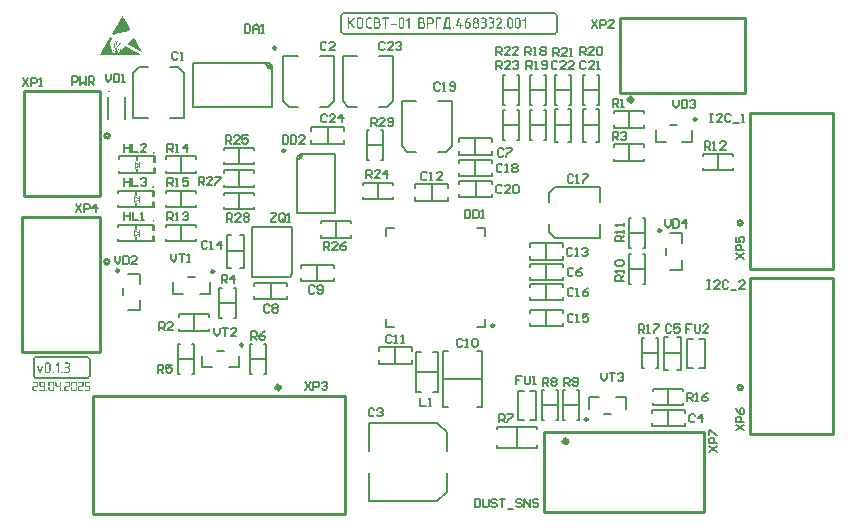
<source format=gto>
G04*
G04 #@! TF.GenerationSoftware,Altium Limited,Altium Designer,25.4.2 (15)*
G04*
G04 Layer_Color=65535*
%FSLAX44Y44*%
%MOMM*%
G71*
G04*
G04 #@! TF.SameCoordinates,2757192E-E8AF-4120-B63B-14C5750386C4*
G04*
G04*
G04 #@! TF.FilePolarity,Positive*
G04*
G01*
G75*
%ADD10C,0.1500*%
%ADD11C,0.2000*%
%ADD12C,0.4000*%
%ADD13C,0.2500*%
%ADD14C,0.1000*%
%ADD15C,0.5000*%
%ADD16C,0.2540*%
G36*
X92297Y432590D02*
X92440D01*
Y432303D01*
X92583D01*
Y432017D01*
X92727D01*
Y431873D01*
X92870D01*
Y431587D01*
X93013D01*
Y431300D01*
X93157D01*
Y431013D01*
X93300D01*
Y430870D01*
X93443D01*
Y430583D01*
X93587D01*
Y430297D01*
X93730D01*
Y430153D01*
X93873D01*
Y429867D01*
X94017D01*
Y429580D01*
X94160D01*
Y429293D01*
X94303D01*
Y429150D01*
X94447D01*
Y428863D01*
X94590D01*
Y428577D01*
X94733D01*
Y428290D01*
X94877D01*
Y428147D01*
X95020D01*
Y427860D01*
X95163D01*
Y427573D01*
X95307D01*
Y427287D01*
X95450D01*
Y427143D01*
X95593D01*
Y426857D01*
X95737D01*
Y426570D01*
X95880D01*
Y426427D01*
X96023D01*
Y426140D01*
X96167D01*
Y425853D01*
X96310D01*
Y425567D01*
X96453D01*
Y425423D01*
X96597D01*
Y425137D01*
X96740D01*
Y424850D01*
X96883D01*
Y424563D01*
X97027D01*
Y424420D01*
X97170D01*
Y424133D01*
X97313D01*
Y423847D01*
X97457D01*
Y423560D01*
X97600D01*
Y423417D01*
X97743D01*
Y423130D01*
X97887D01*
Y422843D01*
X98030D01*
Y422557D01*
X98173D01*
Y422413D01*
X98317D01*
Y422127D01*
X98460D01*
Y421840D01*
X98603D01*
Y421697D01*
X98747D01*
Y421410D01*
X98890D01*
Y421123D01*
X99033D01*
Y420837D01*
X98747D01*
Y420693D01*
X98603D01*
Y420550D01*
X98317D01*
Y420407D01*
X98030D01*
Y420263D01*
X97743D01*
Y420120D01*
X97457D01*
Y419977D01*
X97170D01*
Y419833D01*
X96740D01*
Y419690D01*
X96453D01*
Y419547D01*
X96023D01*
Y419403D01*
X95450D01*
Y419260D01*
X95020D01*
Y419117D01*
X94303D01*
Y418973D01*
X93587D01*
Y418830D01*
X92727D01*
Y418687D01*
X91723D01*
Y418543D01*
X90720D01*
Y418400D01*
X89717D01*
Y418257D01*
X89000D01*
Y418113D01*
X88283D01*
Y417970D01*
X87853D01*
Y417827D01*
X87423D01*
Y417683D01*
X87137D01*
Y417540D01*
X86850D01*
Y417397D01*
X86707D01*
Y417253D01*
X86563D01*
Y417110D01*
X86277D01*
Y416967D01*
X86133D01*
Y416823D01*
X85990D01*
Y416537D01*
X85847D01*
Y416393D01*
X85703D01*
Y416107D01*
X85560D01*
Y416250D01*
X85273D01*
Y416393D01*
X84987D01*
Y416537D01*
X84700D01*
Y416680D01*
X84557D01*
Y416823D01*
X84270D01*
Y416967D01*
X83983D01*
Y417110D01*
X83697D01*
Y417253D01*
X83553D01*
Y417397D01*
X83410D01*
Y417683D01*
X83553D01*
Y417827D01*
X83697D01*
Y418113D01*
X83840D01*
Y418400D01*
X83983D01*
Y418543D01*
X84127D01*
Y418830D01*
X84270D01*
Y419117D01*
X84413D01*
Y419403D01*
X84557D01*
Y419547D01*
X84700D01*
Y419833D01*
X84843D01*
Y420120D01*
X84987D01*
Y420407D01*
X85130D01*
Y420550D01*
X85273D01*
Y420837D01*
X85417D01*
Y421123D01*
X85560D01*
Y421410D01*
X85703D01*
Y421553D01*
X85847D01*
Y421840D01*
X85990D01*
Y422127D01*
X86133D01*
Y422270D01*
X86277D01*
Y422557D01*
X86420D01*
Y422843D01*
X86563D01*
Y423130D01*
X86707D01*
Y423273D01*
X86850D01*
Y423560D01*
X86993D01*
Y423847D01*
X87137D01*
Y424133D01*
X87280D01*
Y424277D01*
X87423D01*
Y424563D01*
X87567D01*
Y424850D01*
X87710D01*
Y424993D01*
X87853D01*
Y425280D01*
X87997D01*
Y425567D01*
X88140D01*
Y425853D01*
X88283D01*
Y425997D01*
X88427D01*
Y426283D01*
X88570D01*
Y426570D01*
X88713D01*
Y426857D01*
X88857D01*
Y427000D01*
X89000D01*
Y427287D01*
X89143D01*
Y427573D01*
X89287D01*
Y427860D01*
X89430D01*
Y428003D01*
X89573D01*
Y428290D01*
X89717D01*
Y428577D01*
X89860D01*
Y428720D01*
X90003D01*
Y429007D01*
X90147D01*
Y429293D01*
X90290D01*
Y429580D01*
X90433D01*
Y429723D01*
X90577D01*
Y430010D01*
X90720D01*
Y430297D01*
X90863D01*
Y430583D01*
X91007D01*
Y430727D01*
X91150D01*
Y431013D01*
X91293D01*
Y431300D01*
X91437D01*
Y431587D01*
X91580D01*
Y431730D01*
X91723D01*
Y432017D01*
X91867D01*
Y432303D01*
X92010D01*
Y432447D01*
X92153D01*
Y432733D01*
X92297D01*
Y432590D01*
D02*
G37*
G36*
X105493Y402600D02*
X105350D01*
Y402743D01*
X105493D01*
Y402600D01*
D02*
G37*
G36*
X101863Y414023D02*
X102007D01*
Y413880D01*
X102150D01*
Y413593D01*
X102293D01*
Y413307D01*
X102437D01*
Y413020D01*
X102580D01*
Y412877D01*
X102723D01*
Y412590D01*
X102867D01*
Y412303D01*
X103010D01*
Y412017D01*
X103153D01*
Y411873D01*
X103297D01*
Y411587D01*
X103440D01*
Y411300D01*
X103583D01*
Y411157D01*
X103727D01*
Y410870D01*
X103870D01*
Y410583D01*
X104013D01*
Y410297D01*
X104157D01*
Y410153D01*
X104300D01*
Y409867D01*
X104443D01*
Y409580D01*
X104587D01*
Y409293D01*
X104730D01*
Y409150D01*
X104873D01*
Y408863D01*
X105017D01*
Y408577D01*
X105160D01*
Y408290D01*
X105303D01*
Y408147D01*
X105447D01*
Y407860D01*
X105590D01*
Y407573D01*
X105733D01*
Y407430D01*
X105877D01*
Y407143D01*
X106020D01*
Y406857D01*
X106163D01*
Y406570D01*
X106307D01*
Y406427D01*
X106450D01*
Y406140D01*
X106593D01*
Y405853D01*
X106737D01*
Y405567D01*
X106880D01*
Y405423D01*
X107023D01*
Y405137D01*
X107167D01*
Y404850D01*
X107310D01*
Y404563D01*
X107453D01*
Y404420D01*
X107597D01*
Y404133D01*
X107740D01*
Y403847D01*
X107883D01*
Y403703D01*
X108027D01*
Y403417D01*
X108170D01*
Y403130D01*
X108313D01*
Y402843D01*
X108457D01*
Y402700D01*
X108600D01*
Y402413D01*
X108743D01*
Y402127D01*
X108887D01*
Y401840D01*
X108743D01*
Y401983D01*
X108457D01*
Y402127D01*
X108170D01*
Y402270D01*
X107883D01*
Y402413D01*
X107740D01*
Y402557D01*
X107453D01*
Y402700D01*
X107167D01*
Y402843D01*
X106880D01*
Y402987D01*
X106737D01*
Y403130D01*
X106450D01*
Y403273D01*
X106163D01*
Y403417D01*
X105877D01*
Y403560D01*
X105733D01*
Y403703D01*
X105447D01*
Y403847D01*
X105160D01*
Y403990D01*
X105017D01*
Y404133D01*
X104730D01*
Y404277D01*
X104443D01*
Y404420D01*
X104157D01*
Y404563D01*
X104013D01*
Y404707D01*
X103727D01*
Y404850D01*
X103440D01*
Y404993D01*
X103153D01*
Y405137D01*
X103010D01*
Y405280D01*
X102723D01*
Y405423D01*
X102437D01*
Y405567D01*
X102150D01*
Y405710D01*
X102007D01*
Y405853D01*
X101720D01*
Y405997D01*
X101433D01*
Y406140D01*
X101290D01*
Y406283D01*
X101003D01*
Y406427D01*
X100717D01*
Y406570D01*
X100430D01*
Y406713D01*
X100287D01*
Y406857D01*
X100000D01*
Y407000D01*
X99713D01*
Y407143D01*
X99427D01*
Y407287D01*
X99283D01*
Y407430D01*
X98997D01*
Y407573D01*
X98710D01*
Y407717D01*
X98567D01*
Y407860D01*
X98280D01*
Y408003D01*
X97993D01*
Y408147D01*
X97707D01*
Y408290D01*
X97563D01*
Y408433D01*
X97277D01*
Y408577D01*
X96990D01*
Y408720D01*
X96703D01*
Y409007D01*
X96847D01*
Y409150D01*
X96990D01*
Y409293D01*
X97133D01*
Y409437D01*
X97277D01*
Y409580D01*
X97420D01*
Y409723D01*
X97563D01*
Y409867D01*
X97707D01*
Y410010D01*
X97850D01*
Y410153D01*
X97993D01*
Y410297D01*
X98137D01*
Y410440D01*
X98280D01*
Y410583D01*
X98423D01*
Y410870D01*
X98567D01*
Y411013D01*
X98710D01*
Y411157D01*
X98853D01*
Y411300D01*
X98997D01*
Y411443D01*
X99140D01*
Y411587D01*
X99283D01*
Y411730D01*
X99427D01*
Y411873D01*
X99570D01*
Y412017D01*
X99713D01*
Y412160D01*
X99857D01*
Y412303D01*
X100000D01*
Y412447D01*
X100143D01*
Y412590D01*
X100287D01*
Y412877D01*
X100430D01*
Y413020D01*
X100573D01*
Y413163D01*
X100717D01*
Y413307D01*
X100860D01*
Y413450D01*
X101003D01*
Y413593D01*
X101147D01*
Y413737D01*
X101290D01*
Y413880D01*
X101433D01*
Y414023D01*
X101577D01*
Y414167D01*
X101720D01*
Y414310D01*
X101863D01*
Y414023D01*
D02*
G37*
G36*
X81757Y414640D02*
X81900D01*
Y414497D01*
X82187D01*
Y414353D01*
X82473D01*
Y414210D01*
X82760D01*
Y414067D01*
X82903D01*
Y413923D01*
X83190D01*
Y413780D01*
X83477D01*
Y413637D01*
X83620D01*
Y413350D01*
X83477D01*
Y413063D01*
X83333D01*
Y412920D01*
X83190D01*
Y412633D01*
X83047D01*
Y412347D01*
X82903D01*
Y412203D01*
X82760D01*
Y411917D01*
X82617D01*
Y411630D01*
X82473D01*
Y411487D01*
X82330D01*
Y411200D01*
X82187D01*
Y411057D01*
X82043D01*
Y410770D01*
X81900D01*
Y410627D01*
X81757D01*
Y410340D01*
X81613D01*
Y409910D01*
X81470D01*
Y409480D01*
X81613D01*
Y408763D01*
X81757D01*
Y408047D01*
X81900D01*
Y407473D01*
X82043D01*
Y406900D01*
X82187D01*
Y406183D01*
X82330D01*
Y405610D01*
X82473D01*
Y405180D01*
X82617D01*
Y404750D01*
X82760D01*
Y404607D01*
X82903D01*
Y404320D01*
X83047D01*
Y404177D01*
X84193D01*
Y404033D01*
X84337D01*
Y403747D01*
X84480D01*
Y403460D01*
X84623D01*
Y402887D01*
X84767D01*
Y402457D01*
X84910D01*
Y401883D01*
X85053D01*
Y401597D01*
X85197D01*
Y401453D01*
X85483D01*
Y401597D01*
X85627D01*
Y401740D01*
X85770D01*
Y402027D01*
X85913D01*
Y402313D01*
X86057D01*
Y402600D01*
X86200D01*
Y403173D01*
X86343D01*
Y404177D01*
X86200D01*
Y404750D01*
X86057D01*
Y405037D01*
X85913D01*
Y405323D01*
X85770D01*
Y405467D01*
X85627D01*
Y405610D01*
X85483D01*
Y405753D01*
X85340D01*
Y410053D01*
X85483D01*
Y410197D01*
X85627D01*
Y410483D01*
X85770D01*
Y410770D01*
X85913D01*
Y410913D01*
X86057D01*
Y411057D01*
X86200D01*
Y411343D01*
X86343D01*
Y411487D01*
X86487D01*
Y411630D01*
X86630D01*
Y411773D01*
X86917D01*
Y411630D01*
X87203D01*
Y411487D01*
X87347D01*
Y411343D01*
X87060D01*
Y411057D01*
X86917D01*
Y410913D01*
X86773D01*
Y410770D01*
X86630D01*
Y410627D01*
X86487D01*
Y410340D01*
X86343D01*
Y410197D01*
X86200D01*
Y410053D01*
X86057D01*
Y409910D01*
X85913D01*
Y409480D01*
X85770D01*
Y409050D01*
X85913D01*
Y406900D01*
X85770D01*
Y406183D01*
X85913D01*
Y405753D01*
X86057D01*
Y405467D01*
X86200D01*
Y405323D01*
X86630D01*
Y405467D01*
X86773D01*
Y405610D01*
X87060D01*
Y405897D01*
X87203D01*
Y406040D01*
X87347D01*
Y406470D01*
X87490D01*
Y407187D01*
X87347D01*
Y407617D01*
X87203D01*
Y407903D01*
X87060D01*
Y408190D01*
X86917D01*
Y408620D01*
X86773D01*
Y409480D01*
X86917D01*
Y409910D01*
X87060D01*
Y410197D01*
X87203D01*
Y410483D01*
X87347D01*
Y410627D01*
X87490D01*
Y410913D01*
X87633D01*
Y411057D01*
X87777D01*
Y411200D01*
X87920D01*
Y411057D01*
X88207D01*
Y410913D01*
X88350D01*
Y410770D01*
X88063D01*
Y410627D01*
X87920D01*
Y410483D01*
X87777D01*
Y410340D01*
X87633D01*
Y410053D01*
X87490D01*
Y409767D01*
X87347D01*
Y409193D01*
X87203D01*
Y408620D01*
X87347D01*
Y407903D01*
X87490D01*
Y407617D01*
X87633D01*
Y407330D01*
X87777D01*
Y407187D01*
X88207D01*
Y407473D01*
X88350D01*
Y408620D01*
X88207D01*
Y409337D01*
X88063D01*
Y409767D01*
X88207D01*
Y409910D01*
X88350D01*
Y410053D01*
X88493D01*
Y410197D01*
X88637D01*
Y410627D01*
X88923D01*
Y410483D01*
X89067D01*
Y410340D01*
X88923D01*
Y410197D01*
X88780D01*
Y410053D01*
X88637D01*
Y408477D01*
X88780D01*
Y408333D01*
X88923D01*
Y408190D01*
X89210D01*
Y408333D01*
X89353D01*
Y408477D01*
X89497D01*
Y409050D01*
X89353D01*
Y409337D01*
X89210D01*
Y409480D01*
X89353D01*
Y409767D01*
X89497D01*
Y410197D01*
X89640D01*
Y410053D01*
X89927D01*
Y409910D01*
X90213D01*
Y409767D01*
X90357D01*
Y409623D01*
X90643D01*
Y409480D01*
X90787D01*
Y409337D01*
X90643D01*
Y409050D01*
X90500D01*
Y408907D01*
X90357D01*
Y408763D01*
X90213D01*
Y408620D01*
X90070D01*
Y408477D01*
X89927D01*
Y408333D01*
X89783D01*
Y408190D01*
X89640D01*
Y408047D01*
X89497D01*
Y407903D01*
X89353D01*
Y407760D01*
X89210D01*
Y407617D01*
X89067D01*
Y407473D01*
X88923D01*
Y407330D01*
X88780D01*
Y407043D01*
X88637D01*
Y406900D01*
X88493D01*
Y406757D01*
X88350D01*
Y406613D01*
X88207D01*
Y406327D01*
X88063D01*
Y406183D01*
X87920D01*
Y405897D01*
X87777D01*
Y405467D01*
X87633D01*
Y404177D01*
X87490D01*
Y402743D01*
X87777D01*
Y402887D01*
X87920D01*
Y403173D01*
X88063D01*
Y403460D01*
X88207D01*
Y403603D01*
X88350D01*
Y403890D01*
X88493D01*
Y404033D01*
X88637D01*
Y404177D01*
X88780D01*
Y404320D01*
X88923D01*
Y404463D01*
X89067D01*
Y404607D01*
X89497D01*
Y404750D01*
X89927D01*
Y404607D01*
X90357D01*
Y404463D01*
X90500D01*
Y404320D01*
X90643D01*
Y404177D01*
X90787D01*
Y403890D01*
X91217D01*
Y404033D01*
X91360D01*
Y404177D01*
X91503D01*
Y404320D01*
X91647D01*
Y404463D01*
X91790D01*
Y404607D01*
X91933D01*
Y404893D01*
X92077D01*
Y405037D01*
X92220D01*
Y405180D01*
X92363D01*
Y405323D01*
X92507D01*
Y405467D01*
X92650D01*
Y405610D01*
X92793D01*
Y405753D01*
X92937D01*
Y405897D01*
X93080D01*
Y406040D01*
X93223D01*
Y406183D01*
X93367D01*
Y406327D01*
X93510D01*
Y406470D01*
X93653D01*
Y406613D01*
X93797D01*
Y406757D01*
X93940D01*
Y406900D01*
X94083D01*
Y407043D01*
X94227D01*
Y407187D01*
X94370D01*
Y407330D01*
X94657D01*
Y407187D01*
X94800D01*
Y407043D01*
X95087D01*
Y406900D01*
X95373D01*
Y406757D01*
X95660D01*
Y406613D01*
X95803D01*
Y406470D01*
X96090D01*
Y406327D01*
X96377D01*
Y406183D01*
X96663D01*
Y406040D01*
X96807D01*
Y405897D01*
X97093D01*
Y405753D01*
X97380D01*
Y405610D01*
X97667D01*
Y405467D01*
X97810D01*
Y405323D01*
X98097D01*
Y405180D01*
X98383D01*
Y405037D01*
X98527D01*
Y404893D01*
X98813D01*
Y404750D01*
X99100D01*
Y404607D01*
X99387D01*
Y404463D01*
X99530D01*
Y404320D01*
X99817D01*
Y404177D01*
X100103D01*
Y404033D01*
X100390D01*
Y403890D01*
X100533D01*
Y403747D01*
X100820D01*
Y403603D01*
X101107D01*
Y403460D01*
X101393D01*
Y403317D01*
X101537D01*
Y403173D01*
X101823D01*
Y403030D01*
X102110D01*
Y402887D01*
X102253D01*
Y402743D01*
X102540D01*
Y402600D01*
X102827D01*
Y402457D01*
X103113D01*
Y402313D01*
X103257D01*
Y402170D01*
X103543D01*
Y402027D01*
X103830D01*
Y401883D01*
X104117D01*
Y401740D01*
X104260D01*
Y401597D01*
X104547D01*
Y401453D01*
X104833D01*
Y401310D01*
X104977D01*
Y401167D01*
X105263D01*
Y401023D01*
X105550D01*
Y400880D01*
X105837D01*
Y400737D01*
X105980D01*
Y400593D01*
X106267D01*
Y400450D01*
X106553D01*
Y400307D01*
X106840D01*
Y400163D01*
X106983D01*
Y400020D01*
X107270D01*
Y399877D01*
X107557D01*
Y399733D01*
X107843D01*
Y399590D01*
X107987D01*
Y399447D01*
X108273D01*
Y399303D01*
X72727D01*
Y399590D01*
X72870D01*
Y399733D01*
X73013D01*
Y400020D01*
X73157D01*
Y400307D01*
X73300D01*
Y400450D01*
X73443D01*
Y400737D01*
X73587D01*
Y401023D01*
X73730D01*
Y401310D01*
X73873D01*
Y401453D01*
X74017D01*
Y401740D01*
X74160D01*
Y402027D01*
X74303D01*
Y402313D01*
X74447D01*
Y402457D01*
X74590D01*
Y402743D01*
X74733D01*
Y403030D01*
X74877D01*
Y403317D01*
X75020D01*
Y403460D01*
X75163D01*
Y403747D01*
X75307D01*
Y404033D01*
X75450D01*
Y404177D01*
X75593D01*
Y404463D01*
X75737D01*
Y404750D01*
X75880D01*
Y405037D01*
X76023D01*
Y405180D01*
X76167D01*
Y405467D01*
X76310D01*
Y405753D01*
X76453D01*
Y406040D01*
X76597D01*
Y406183D01*
X76740D01*
Y406470D01*
X76883D01*
Y406757D01*
X77027D01*
Y407043D01*
X77170D01*
Y407187D01*
X77313D01*
Y407473D01*
X77457D01*
Y407760D01*
X77600D01*
Y407903D01*
X77743D01*
Y408190D01*
X77887D01*
Y408477D01*
X78030D01*
Y408763D01*
X78173D01*
Y408907D01*
X78317D01*
Y409193D01*
X78460D01*
Y409480D01*
X78603D01*
Y409767D01*
X78747D01*
Y409910D01*
X78890D01*
Y410197D01*
X79033D01*
Y410483D01*
X79177D01*
Y410770D01*
X79320D01*
Y410913D01*
X79463D01*
Y411200D01*
X79607D01*
Y411487D01*
X79750D01*
Y411630D01*
X79893D01*
Y411917D01*
X80037D01*
Y412203D01*
X80180D01*
Y412490D01*
X80323D01*
Y412633D01*
X80467D01*
Y412920D01*
X80610D01*
Y413207D01*
X80753D01*
Y413493D01*
X80897D01*
Y413637D01*
X81040D01*
Y413923D01*
X81183D01*
Y414210D01*
X81327D01*
Y414497D01*
X81470D01*
Y414640D01*
X81613D01*
Y414783D01*
X81757D01*
Y414640D01*
D02*
G37*
G36*
X217750Y390500D02*
X218500Y387500D01*
X217000D01*
X214000Y390500D01*
Y392500D01*
X217750Y390500D01*
D02*
G37*
G36*
X245000Y315005D02*
X244239Y313168D01*
X242832Y311761D01*
X240994Y311000D01*
X240000D01*
X243000Y316000D01*
X245000D01*
Y315005D01*
D02*
G37*
G36*
X58557Y123014D02*
X58590D01*
X58634Y122992D01*
X58734Y122959D01*
X58856Y122892D01*
X58990Y122814D01*
X59112Y122703D01*
X59212Y122559D01*
X59245Y122470D01*
X59278Y122381D01*
Y119284D01*
X58934Y118996D01*
X58343Y119552D01*
X58834Y119007D01*
X58335Y118463D01*
X55427D01*
X55420Y118470D01*
X55427Y118463D01*
X55427D01*
X55604Y118297D01*
Y116110D01*
X55569Y116099D01*
X58479D01*
X58845Y115000D01*
X55127D01*
X55105Y115011D01*
X55049Y115033D01*
X54960Y115067D01*
X54860Y115133D01*
X54749Y115233D01*
X54650Y115355D01*
X54561Y115522D01*
X54516Y115611D01*
X54494Y115722D01*
X54964Y115905D01*
X54494Y115755D01*
Y118729D01*
X54827Y119029D01*
X55420Y118470D01*
X54927Y119007D01*
X55427Y119562D01*
X58333D01*
X58343Y119552D01*
X58335Y119562D01*
X58333D01*
X58168Y119717D01*
Y121961D01*
X58384Y122629D01*
X58168Y122059D01*
Y121961D01*
X58157Y121926D01*
X55460D01*
X54505Y122293D01*
Y122304D01*
X54516Y122315D01*
X54527Y122393D01*
X54572Y122492D01*
X54627Y122614D01*
X54716Y122737D01*
X54827Y122859D01*
X54971Y122959D01*
X55149Y123025D01*
X58512D01*
X58384Y122629D01*
X58534Y123025D01*
X58545D01*
X58557Y123014D01*
D02*
G37*
G36*
X52807D02*
X52840D01*
X52885Y122992D01*
X52984Y122959D01*
X53107Y122892D01*
X53240Y122814D01*
X53362Y122703D01*
X53462Y122559D01*
X53495Y122470D01*
X53528Y122381D01*
Y119284D01*
X53204Y119012D01*
X53184Y119029D01*
X53167Y119012D01*
X53184Y118996D01*
X53204Y119012D01*
X53528Y118729D01*
Y115644D01*
X53517Y115622D01*
X53495Y115566D01*
X53451Y115477D01*
X53384Y115366D01*
X53284Y115255D01*
X53162Y115155D01*
X52996Y115067D01*
X52896Y115022D01*
X52785Y115000D01*
X52644Y115367D01*
X52762Y115000D01*
X49377D01*
X49355Y115011D01*
X49299Y115033D01*
X49211Y115067D01*
X49111Y115133D01*
X49000Y115233D01*
X48900Y115355D01*
X48811Y115522D01*
X48767Y115611D01*
X48744Y115722D01*
X49215Y115905D01*
X48744Y115755D01*
Y118729D01*
X49059Y119012D01*
X49077Y118996D01*
X49095Y119012D01*
X49077Y119029D01*
X49059Y119012D01*
X48744Y119284D01*
Y122270D01*
X49237Y122108D01*
X49710Y121926D01*
X49787D01*
X49237Y122108D01*
X48755Y122293D01*
Y122304D01*
X48767Y122315D01*
X48778Y122393D01*
X48822Y122492D01*
X48878Y122614D01*
X48966Y122737D01*
X49077Y122859D01*
X49222Y122959D01*
X49399Y123025D01*
X52762D01*
X52635Y122629D01*
X52785Y123025D01*
X52796D01*
X52807Y123014D01*
D02*
G37*
G36*
X47057D02*
X47091D01*
X47135Y122992D01*
X47235Y122959D01*
X47357Y122892D01*
X47490Y122814D01*
X47612Y122703D01*
X47712Y122559D01*
X47745Y122470D01*
X47779Y122381D01*
Y119284D01*
X47435Y118996D01*
X46844Y119552D01*
X47335Y119007D01*
X46835Y118463D01*
X43928D01*
X43921Y118470D01*
X43927Y118463D01*
X43928D01*
X44105Y118297D01*
Y116110D01*
X44070Y116099D01*
X46979D01*
X47346Y115000D01*
X43627D01*
X43605Y115011D01*
X43550Y115033D01*
X43461Y115067D01*
X43361Y115133D01*
X43250Y115233D01*
X43150Y115355D01*
X43061Y115522D01*
X43017Y115611D01*
X42995Y115722D01*
X43465Y115905D01*
X42995Y115755D01*
Y118729D01*
X43328Y119029D01*
X43921Y118470D01*
X43428Y119007D01*
X43927Y119562D01*
X46834D01*
X46844Y119552D01*
X46835Y119562D01*
X46834D01*
X46669Y119717D01*
Y121961D01*
X46885Y122629D01*
X46669Y122059D01*
Y121961D01*
X46658Y121926D01*
X43960D01*
X43006Y122293D01*
Y122304D01*
X43017Y122315D01*
X43028Y122393D01*
X43072Y122492D01*
X43128Y122614D01*
X43217Y122737D01*
X43328Y122859D01*
X43472Y122959D01*
X43650Y123025D01*
X47013D01*
X46885Y122629D01*
X47035Y123025D01*
X47046D01*
X47057Y123014D01*
D02*
G37*
G36*
X33560D02*
X33593D01*
X33638Y122992D01*
X33737Y122959D01*
X33860Y122892D01*
X33993Y122814D01*
X34115Y122703D01*
X34215Y122559D01*
X34248Y122470D01*
X34281Y122381D01*
Y119284D01*
X33957Y119012D01*
X33937Y119029D01*
X33920Y119012D01*
X33937Y118996D01*
X33957Y119012D01*
X34281Y118729D01*
Y115644D01*
X34270Y115622D01*
X34248Y115566D01*
X34204Y115477D01*
X34137Y115366D01*
X34037Y115255D01*
X33915Y115155D01*
X33749Y115067D01*
X33649Y115022D01*
X33538Y115000D01*
X33397Y115367D01*
X33516Y115000D01*
X30130D01*
X30108Y115011D01*
X30052Y115033D01*
X29964Y115067D01*
X29864Y115133D01*
X29753Y115233D01*
X29653Y115355D01*
X29564Y115522D01*
X29520Y115611D01*
X29497Y115722D01*
X29968Y115905D01*
X29497Y115755D01*
Y118729D01*
X29811Y119012D01*
X29830Y118996D01*
X29848Y119012D01*
X29830Y119029D01*
X29811Y119012D01*
X29497Y119284D01*
Y122270D01*
X29990Y122108D01*
X30463Y121926D01*
X30540D01*
X29990Y122108D01*
X29508Y122293D01*
Y122304D01*
X29520Y122315D01*
X29531Y122393D01*
X29575Y122492D01*
X29630Y122614D01*
X29719Y122737D01*
X29830Y122859D01*
X29975Y122959D01*
X30152Y123025D01*
X33516D01*
X33387Y122629D01*
X33538Y123025D01*
X33549D01*
X33560Y123014D01*
D02*
G37*
G36*
X25812D02*
X25845D01*
X25890Y122992D01*
X25990Y122959D01*
X26112Y122892D01*
X26245Y122814D01*
X26367Y122703D01*
X26467Y122559D01*
X26500Y122470D01*
X26534Y122381D01*
Y119284D01*
X26209Y119012D01*
X26190Y119029D01*
X26172Y119012D01*
X26190Y118996D01*
X26209Y119012D01*
X26534Y118729D01*
Y115644D01*
X26523Y115622D01*
X26500Y115566D01*
X26456Y115477D01*
X26389Y115366D01*
X26290Y115255D01*
X26167Y115155D01*
X26001Y115067D01*
X25901Y115022D01*
X25790Y115000D01*
X25649Y115367D01*
X25768Y115000D01*
X22382D01*
X22360Y115011D01*
X22305Y115033D01*
X22216Y115067D01*
X22116Y115133D01*
X22005Y115233D01*
X21905Y115355D01*
X21816Y115522D01*
X21772Y115611D01*
X21750Y115722D01*
X22715Y116099D01*
X25413D01*
X25424Y116065D01*
Y115955D01*
X25649Y115367D01*
X25424Y116065D01*
Y118297D01*
X26172Y119012D01*
X25599Y119552D01*
X26090Y119007D01*
X25590Y118463D01*
X22682D01*
X22183Y119007D01*
X22630Y119504D01*
X22083Y118996D01*
X21750Y119284D01*
Y122270D01*
X22242Y122108D01*
X22715Y121926D01*
X22792D01*
X22242Y122108D01*
X21761Y122293D01*
Y122304D01*
X21772Y122315D01*
X21783Y122393D01*
X21827Y122492D01*
X21883Y122614D01*
X21972Y122737D01*
X22083Y122859D01*
X22227Y122959D01*
X22405Y123025D01*
X25768D01*
X25640Y122629D01*
X25790Y123025D01*
X25801D01*
X25812Y123014D01*
D02*
G37*
G36*
X20062D02*
X20096D01*
X20140Y122992D01*
X20240Y122959D01*
X20362Y122892D01*
X20495Y122814D01*
X20617Y122703D01*
X20717Y122559D01*
X20751Y122470D01*
X20784Y122381D01*
Y119284D01*
X20440Y118996D01*
X19849Y119552D01*
X20340Y119007D01*
X19841Y118463D01*
X16933D01*
X16926Y118470D01*
X16932Y118463D01*
X16933D01*
X17110Y118297D01*
Y116110D01*
X17075Y116099D01*
X19985D01*
X20351Y115000D01*
X16633D01*
X16610Y115011D01*
X16555Y115033D01*
X16466Y115067D01*
X16366Y115133D01*
X16255Y115233D01*
X16155Y115355D01*
X16067Y115522D01*
X16022Y115611D01*
X16000Y115722D01*
X16470Y115905D01*
X16000Y115755D01*
Y118729D01*
X16333Y119029D01*
X16926Y118470D01*
X16433Y119007D01*
X16932Y119562D01*
X19839D01*
X19849Y119552D01*
X19841Y119562D01*
X19839D01*
X19674Y119717D01*
Y121961D01*
X19890Y122629D01*
X19674Y122059D01*
Y121961D01*
X19663Y121926D01*
X16966D01*
X16011Y122293D01*
Y122304D01*
X16022Y122315D01*
X16033Y122393D01*
X16078Y122492D01*
X16133Y122614D01*
X16222Y122737D01*
X16333Y122859D01*
X16477Y122959D01*
X16655Y123025D01*
X20018D01*
X19890Y122629D01*
X20040Y123025D01*
X20051D01*
X20062Y123014D01*
D02*
G37*
G36*
X64229Y121926D02*
X61287D01*
X61354Y121904D01*
Y119717D01*
X61186Y119562D01*
X64084D01*
X64584Y119007D01*
X64084Y118463D01*
X61176D01*
X60677Y119007D01*
X61124Y119504D01*
X60577Y118996D01*
X60244Y119284D01*
Y122270D01*
X60736Y122108D01*
X61210Y121926D01*
X61287D01*
X60736Y122108D01*
X60255Y122293D01*
Y122304D01*
X60266Y122315D01*
X60277Y122393D01*
X60321Y122492D01*
X60377Y122614D01*
X60466Y122737D01*
X60577Y122859D01*
X60721Y122959D01*
X60899Y123025D01*
X64595D01*
X64229Y121926D01*
D02*
G37*
G36*
X39310Y123025D02*
X39343D01*
X39387Y123003D01*
X39487Y122959D01*
X39609Y122903D01*
X39743Y122814D01*
X39865Y122703D01*
X39964Y122559D01*
X39998Y122470D01*
X40031Y122381D01*
Y119284D01*
X39706Y119012D01*
X39687Y119029D01*
X39669Y119012D01*
X39687Y118996D01*
X39706Y119012D01*
X40031Y118729D01*
Y115644D01*
X40020Y115622D01*
X39998Y115566D01*
X39953Y115477D01*
X39887Y115366D01*
X39787Y115255D01*
X39665Y115155D01*
X39498Y115067D01*
X39398Y115022D01*
X39287Y115000D01*
X38921Y115955D01*
Y118297D01*
X39669Y119012D01*
X39096Y119552D01*
X39587Y119007D01*
X39088Y118463D01*
X36179D01*
X35680Y119007D01*
X36127Y119504D01*
X35580Y118996D01*
X35247Y119284D01*
Y122603D01*
X36357Y122226D01*
Y119717D01*
X36190Y119562D01*
X39086D01*
X39096Y119552D01*
X39088Y119562D01*
X39086D01*
X38921Y119717D01*
Y122059D01*
X39287Y123036D01*
X39299D01*
X39310Y123025D01*
D02*
G37*
G36*
X65028Y118729D02*
Y115644D01*
X65017Y115622D01*
X64995Y115566D01*
X64950Y115477D01*
X64883Y115366D01*
X64784Y115255D01*
X64661Y115155D01*
X64495Y115067D01*
X64395Y115022D01*
X64284Y115000D01*
X64143Y115367D01*
X64262Y115000D01*
X60876D01*
X60854Y115011D01*
X60799Y115033D01*
X60710Y115067D01*
X60610Y115133D01*
X60499Y115233D01*
X60399Y115355D01*
X60310Y115522D01*
X60266Y115611D01*
X60244Y115722D01*
X61210Y116099D01*
X63907D01*
X63918Y116065D01*
Y115955D01*
X64143Y115367D01*
X63918Y116065D01*
Y118297D01*
X64684Y119029D01*
X65028Y118729D01*
D02*
G37*
G36*
X42107Y115000D02*
X40997D01*
Y116099D01*
X42107D01*
Y115000D01*
D02*
G37*
G36*
X28609D02*
X27499D01*
Y116099D01*
X28609D01*
Y115000D01*
D02*
G37*
G36*
X24327Y136671D02*
X24382D01*
X24521Y136615D01*
X24590Y136587D01*
X24674Y136532D01*
X24688Y136518D01*
X24701Y136504D01*
X24729Y136463D01*
X24771Y136407D01*
X24840Y136269D01*
X24854Y136199D01*
X24868Y136102D01*
X24826Y135922D01*
X22996Y130402D01*
Y130388D01*
X22982Y130374D01*
X22940Y130291D01*
X22885Y130180D01*
X22788Y130056D01*
X22774Y130042D01*
X22704Y130014D01*
X22607Y129972D01*
X22455Y129917D01*
X22441D01*
X22385Y129931D01*
X22316Y129944D01*
X22233Y129972D01*
X22136Y130042D01*
X22039Y130125D01*
X21955Y130236D01*
X21872Y130402D01*
X20028Y135922D01*
X20000Y136088D01*
Y136102D01*
Y136130D01*
X20014Y136171D01*
X20028Y136227D01*
X20069Y136352D01*
X20111Y136421D01*
X20166Y136490D01*
X20180Y136504D01*
X20194Y136518D01*
X20236Y136546D01*
X20291Y136587D01*
X20430Y136657D01*
X20513Y136671D01*
X20596Y136685D01*
X20624D01*
X20707Y136671D01*
X20804Y136657D01*
X20902Y136601D01*
X20929Y136587D01*
X20985Y136546D01*
X21026Y136504D01*
X21068Y136449D01*
X21109Y136366D01*
X21151Y136282D01*
X22427Y132177D01*
X23703Y136282D01*
Y136296D01*
X23717Y136310D01*
X23758Y136379D01*
X23828Y136476D01*
X23925Y136560D01*
X23939D01*
X23953Y136574D01*
X24022Y136629D01*
X24133Y136671D01*
X24258Y136685D01*
X24285D01*
X24327Y136671D01*
D02*
G37*
G36*
X45601Y139417D02*
X45698Y139403D01*
X45809Y139389D01*
X46059Y139333D01*
X46350Y139250D01*
X46655Y139111D01*
X46808Y139028D01*
X46960Y138917D01*
X47099Y138806D01*
X47238Y138668D01*
X47251Y138654D01*
X47265Y138640D01*
X47293Y138598D01*
X47335Y138543D01*
X47432Y138404D01*
X47543Y138210D01*
X47654Y137961D01*
X47751Y137683D01*
X47820Y137364D01*
X47848Y137198D01*
Y137017D01*
Y136990D01*
Y136920D01*
X47834Y136809D01*
X47820Y136671D01*
X47792Y136504D01*
X47751Y136310D01*
X47695Y136130D01*
X47612Y135936D01*
X47598Y135908D01*
X47570Y135852D01*
X47515Y135769D01*
X47446Y135658D01*
X47348Y135534D01*
X47238Y135409D01*
X47099Y135270D01*
X46946Y135159D01*
X46960Y135145D01*
X47002Y135117D01*
X47071Y135062D01*
X47154Y134979D01*
X47251Y134882D01*
X47362Y134757D01*
X47473Y134604D01*
X47570Y134424D01*
X47584Y134396D01*
X47612Y134341D01*
X47654Y134230D01*
X47709Y134105D01*
X47765Y133939D01*
X47806Y133758D01*
X47834Y133550D01*
X47848Y133342D01*
Y132427D01*
Y132413D01*
Y132385D01*
Y132330D01*
X47834Y132261D01*
X47820Y132177D01*
X47806Y132080D01*
X47765Y131845D01*
X47667Y131567D01*
X47543Y131276D01*
X47459Y131137D01*
X47362Y130985D01*
X47251Y130846D01*
X47127Y130707D01*
X47113Y130693D01*
X47099Y130680D01*
X47057Y130638D01*
X47002Y130596D01*
X46932Y130541D01*
X46849Y130485D01*
X46641Y130361D01*
X46392Y130222D01*
X46100Y130111D01*
X45767Y130028D01*
X45587Y130014D01*
X45407Y130000D01*
X43535D01*
X43479Y130014D01*
X43424D01*
X43271Y130069D01*
X43202Y130097D01*
X43133Y130153D01*
Y130166D01*
X43105Y130194D01*
X43091Y130236D01*
X43063Y130291D01*
X43008Y130430D01*
X42994Y130513D01*
X42980Y130596D01*
Y130610D01*
Y130624D01*
X42994Y130721D01*
X43035Y130846D01*
X43119Y130985D01*
X43133Y130998D01*
X43146Y131012D01*
X43188Y131040D01*
X43230Y131082D01*
X43299Y131123D01*
X43382Y131151D01*
X43465Y131165D01*
X43576Y131179D01*
X45490D01*
X45587Y131193D01*
X45712Y131220D01*
X45851Y131262D01*
X45989Y131331D01*
X46142Y131415D01*
X46281Y131539D01*
X46294Y131553D01*
X46336Y131609D01*
X46405Y131678D01*
X46475Y131789D01*
X46530Y131914D01*
X46600Y132066D01*
X46641Y132233D01*
X46655Y132427D01*
Y133342D01*
Y133370D01*
Y133426D01*
X46641Y133523D01*
X46613Y133647D01*
X46572Y133786D01*
X46502Y133925D01*
X46419Y134077D01*
X46294Y134216D01*
X46281Y134230D01*
X46225Y134271D01*
X46156Y134341D01*
X46045Y134410D01*
X45920Y134466D01*
X45767Y134535D01*
X45601Y134577D01*
X45407Y134590D01*
X44450D01*
X44394Y134604D01*
X44339Y134618D01*
X44187Y134660D01*
X44103Y134701D01*
X44034Y134757D01*
Y134771D01*
X44006Y134785D01*
X43992Y134826D01*
X43965Y134882D01*
X43923Y135020D01*
X43895Y135187D01*
Y135201D01*
Y135215D01*
X43909Y135312D01*
X43951Y135436D01*
X44034Y135575D01*
X44048Y135589D01*
X44062Y135603D01*
X44103Y135631D01*
X44145Y135672D01*
X44214Y135714D01*
X44297Y135742D01*
X44381Y135755D01*
X44492Y135769D01*
X45504D01*
X45601Y135783D01*
X45726Y135811D01*
X45865Y135866D01*
X46003Y135922D01*
X46156Y136019D01*
X46294Y136144D01*
X46308Y136158D01*
X46350Y136213D01*
X46392Y136296D01*
X46461Y136393D01*
X46516Y136532D01*
X46558Y136685D01*
X46600Y136851D01*
X46613Y137045D01*
Y137073D01*
Y137128D01*
X46600Y137225D01*
X46572Y137336D01*
X46544Y137475D01*
X46489Y137614D01*
X46419Y137752D01*
X46322Y137877D01*
X46308Y137891D01*
X46267Y137933D01*
X46184Y138002D01*
X46087Y138071D01*
X45948Y138127D01*
X45795Y138196D01*
X45615Y138238D01*
X45407Y138252D01*
X43535D01*
X43479Y138266D01*
X43424D01*
X43271Y138321D01*
X43202Y138349D01*
X43133Y138404D01*
Y138418D01*
X43105Y138446D01*
X43091Y138474D01*
X43063Y138529D01*
X43008Y138668D01*
X42994Y138751D01*
X42980Y138848D01*
Y138862D01*
Y138876D01*
X42994Y138973D01*
X43049Y139098D01*
X43077Y139167D01*
X43133Y139236D01*
X43146Y139250D01*
X43160Y139264D01*
X43202Y139292D01*
X43243Y139333D01*
X43382Y139403D01*
X43479Y139417D01*
X43576Y139431D01*
X45518D01*
X45601Y139417D01*
D02*
G37*
G36*
X40969Y131151D02*
X41094Y131110D01*
X41163Y131054D01*
X41233Y130998D01*
X41246Y130985D01*
X41260Y130971D01*
X41343Y130888D01*
X41413Y130763D01*
X41427Y130680D01*
X41441Y130596D01*
Y130583D01*
Y130555D01*
X41427Y130513D01*
X41413Y130458D01*
X41371Y130333D01*
X41316Y130250D01*
X41260Y130180D01*
X41246Y130166D01*
X41233Y130153D01*
X41149Y130097D01*
X41011Y130028D01*
X40927Y130014D01*
X40844Y130000D01*
X40803D01*
X40747Y130014D01*
X40692Y130028D01*
X40553Y130069D01*
X40484Y130111D01*
X40414Y130166D01*
Y130180D01*
X40387Y130194D01*
X40359Y130236D01*
X40331Y130291D01*
X40276Y130430D01*
X40262Y130513D01*
X40248Y130596D01*
Y130610D01*
Y130638D01*
X40262Y130680D01*
X40276Y130735D01*
X40317Y130860D01*
X40359Y130929D01*
X40414Y130998D01*
X40428Y131012D01*
X40442Y131026D01*
X40484Y131054D01*
X40525Y131096D01*
X40664Y131151D01*
X40747Y131165D01*
X40844Y131179D01*
X40872D01*
X40969Y131151D01*
D02*
G37*
G36*
X38279Y139486D02*
X38389Y139444D01*
X38459Y139389D01*
X38528Y139333D01*
X38542Y139320D01*
X38556Y139306D01*
X38584Y139264D01*
X38611Y139209D01*
X38653Y139056D01*
X38681Y138959D01*
Y138862D01*
Y130596D01*
Y130583D01*
Y130555D01*
X38667Y130499D01*
Y130444D01*
X38611Y130291D01*
X38570Y130222D01*
X38514Y130153D01*
X38500D01*
X38487Y130125D01*
X38445Y130111D01*
X38389Y130083D01*
X38251Y130028D01*
X38182Y130014D01*
X38084Y130000D01*
X38043D01*
X38001Y130014D01*
X37932D01*
X37793Y130056D01*
X37655Y130139D01*
Y130153D01*
X37627Y130166D01*
X37599Y130208D01*
X37571Y130250D01*
X37543Y130319D01*
X37516Y130402D01*
X37502Y130485D01*
X37488Y130596D01*
Y137614D01*
X36656Y136587D01*
X36642D01*
X36628Y136560D01*
X36587Y136532D01*
X36531Y136504D01*
X36406Y136449D01*
X36323Y136435D01*
X36240Y136421D01*
X36198D01*
X36157Y136435D01*
X36101Y136449D01*
X35976Y136490D01*
X35893Y136532D01*
X35824Y136587D01*
X35810Y136601D01*
X35796Y136615D01*
X35768Y136657D01*
X35741Y136712D01*
X35671Y136851D01*
X35657Y136934D01*
X35644Y137017D01*
Y137031D01*
Y137059D01*
X35657Y137101D01*
X35671Y137142D01*
X35713Y137281D01*
X35754Y137350D01*
X35810Y137420D01*
X37655Y139264D01*
X37668Y139278D01*
X37724Y139320D01*
X37793Y139375D01*
X37876Y139431D01*
X37904Y139444D01*
X37960Y139472D01*
X38057Y139500D01*
X38168Y139514D01*
X38195D01*
X38279Y139486D01*
D02*
G37*
G36*
X33591Y131151D02*
X33716Y131110D01*
X33785Y131054D01*
X33854Y130998D01*
X33868Y130985D01*
X33882Y130971D01*
X33965Y130888D01*
X34035Y130763D01*
X34049Y130680D01*
X34063Y130596D01*
Y130583D01*
Y130555D01*
X34049Y130513D01*
X34035Y130458D01*
X33993Y130333D01*
X33938Y130250D01*
X33882Y130180D01*
X33868Y130166D01*
X33854Y130153D01*
X33771Y130097D01*
X33633Y130028D01*
X33549Y130014D01*
X33466Y130000D01*
X33425D01*
X33369Y130014D01*
X33314Y130028D01*
X33175Y130069D01*
X33106Y130111D01*
X33036Y130166D01*
Y130180D01*
X33009Y130194D01*
X32981Y130236D01*
X32953Y130291D01*
X32898Y130430D01*
X32884Y130513D01*
X32870Y130596D01*
Y130610D01*
Y130638D01*
X32884Y130680D01*
X32898Y130735D01*
X32939Y130860D01*
X32981Y130929D01*
X33036Y130998D01*
X33050Y131012D01*
X33064Y131026D01*
X33106Y131054D01*
X33147Y131096D01*
X33286Y131151D01*
X33369Y131165D01*
X33466Y131179D01*
X33494D01*
X33591Y131151D01*
D02*
G37*
G36*
X29292Y139431D02*
X29361D01*
X29444Y139417D01*
X29652Y139361D01*
X29888Y139292D01*
X30152Y139181D01*
X30401Y139015D01*
X30526Y138917D01*
X30651Y138806D01*
X30665D01*
X30679Y138779D01*
X30748Y138695D01*
X30859Y138557D01*
X30984Y138390D01*
X31095Y138168D01*
X31206Y137905D01*
X31275Y137614D01*
X31303Y137461D01*
Y137295D01*
Y132150D01*
Y132136D01*
Y132108D01*
Y132066D01*
X31289Y131997D01*
Y131928D01*
X31275Y131845D01*
X31219Y131636D01*
X31150Y131401D01*
X31039Y131137D01*
X30873Y130888D01*
X30776Y130763D01*
X30665Y130638D01*
X30637Y130610D01*
X30554Y130541D01*
X30415Y130430D01*
X30235Y130319D01*
X30013Y130208D01*
X29763Y130097D01*
X29458Y130028D01*
X29306Y130014D01*
X29139Y130000D01*
X28501D01*
X28432Y130014D01*
X28363D01*
X28279Y130028D01*
X28071Y130083D01*
X27836Y130153D01*
X27572Y130264D01*
X27322Y130416D01*
X27198Y130499D01*
X27073Y130610D01*
Y130624D01*
X27045Y130638D01*
X26976Y130721D01*
X26865Y130860D01*
X26754Y131040D01*
X26643Y131262D01*
X26532Y131525D01*
X26463Y131817D01*
X26449Y131983D01*
X26435Y132150D01*
Y137295D01*
Y137309D01*
Y137336D01*
Y137378D01*
X26449Y137434D01*
X26463Y137600D01*
X26518Y137794D01*
X26588Y138030D01*
X26698Y138279D01*
X26851Y138543D01*
X26948Y138668D01*
X27059Y138793D01*
X27073Y138806D01*
X27087Y138820D01*
X27170Y138890D01*
X27309Y139001D01*
X27489Y139125D01*
X27711Y139236D01*
X27961Y139347D01*
X28266Y139417D01*
X28418Y139444D01*
X29223D01*
X29292Y139431D01*
D02*
G37*
G36*
X288312Y431346D02*
X288367Y431332D01*
X288492Y431290D01*
X288561Y431235D01*
X288631Y431179D01*
X288644Y431166D01*
X288658Y431152D01*
X288686Y431110D01*
X288728Y431055D01*
X288797Y430916D01*
X288811Y430847D01*
X288825Y430750D01*
Y430722D01*
X288811Y430639D01*
X288755Y430514D01*
X288714Y430430D01*
X288658Y430347D01*
X285954Y427698D01*
X288769Y422775D01*
X288839Y422498D01*
Y422484D01*
Y422456D01*
X288825Y422415D01*
X288811Y422359D01*
X288769Y422220D01*
X288714Y422151D01*
X288658Y422096D01*
X288644Y422082D01*
X288631Y422068D01*
X288589Y422040D01*
X288533Y422012D01*
X288395Y421943D01*
X288312Y421929D01*
X288214Y421915D01*
X288173D01*
X288117Y421929D01*
X288048Y421957D01*
X287965Y421985D01*
X287882Y422040D01*
X287799Y422123D01*
X287715Y422220D01*
X285108Y426936D01*
X284193Y425937D01*
Y422512D01*
Y422498D01*
Y422470D01*
X284179Y422415D01*
Y422359D01*
X284123Y422206D01*
X284082Y422137D01*
X284026Y422068D01*
X284012D01*
X283999Y422040D01*
X283957Y422026D01*
X283901Y421998D01*
X283763Y421943D01*
X283693Y421929D01*
X283596Y421915D01*
X283555D01*
X283513Y421929D01*
X283444D01*
X283305Y421971D01*
X283166Y422054D01*
Y422068D01*
X283139Y422082D01*
X283111Y422123D01*
X283083Y422165D01*
X283055Y422234D01*
X283028Y422318D01*
X283014Y422401D01*
X283000Y422512D01*
Y430777D01*
Y430791D01*
Y430819D01*
X283014Y430860D01*
X283028Y430916D01*
X283069Y431041D01*
X283111Y431110D01*
X283166Y431179D01*
X283180Y431193D01*
X283194Y431207D01*
X283236Y431235D01*
X283291Y431277D01*
X283430Y431332D01*
X283513Y431346D01*
X283596Y431360D01*
X283638D01*
X283680Y431346D01*
X283735D01*
X283860Y431290D01*
X283929Y431263D01*
X283999Y431207D01*
X284012D01*
X284026Y431179D01*
X284096Y431096D01*
X284165Y430957D01*
X284179Y430874D01*
X284193Y430777D01*
Y427407D01*
X287785Y431166D01*
X287799Y431179D01*
X287826Y431193D01*
X287868Y431221D01*
X287923Y431263D01*
X288062Y431332D01*
X288145Y431346D01*
X288228Y431360D01*
X288270D01*
X288312Y431346D01*
D02*
G37*
G36*
X323926Y425840D02*
X323981Y425826D01*
X324120Y425771D01*
X324189Y425729D01*
X324258Y425660D01*
X324272Y425646D01*
X324286Y425632D01*
X324356Y425549D01*
X324411Y425424D01*
X324425Y425355D01*
X324439Y425271D01*
Y425258D01*
Y425230D01*
X324425Y425202D01*
Y425147D01*
X324369Y425008D01*
X324342Y424939D01*
X324286Y424869D01*
Y424855D01*
X324258Y424841D01*
X324217Y424814D01*
X324175Y424772D01*
X324106Y424731D01*
X324023Y424703D01*
X323940Y424689D01*
X323829Y424675D01*
X320126D01*
X320070Y424689D01*
X320015D01*
X319862Y424744D01*
X319793Y424772D01*
X319723Y424828D01*
Y424841D01*
X319696Y424869D01*
X319682Y424897D01*
X319654Y424953D01*
X319599Y425091D01*
X319585Y425174D01*
X319571Y425271D01*
Y425285D01*
Y425299D01*
X319585Y425396D01*
X319640Y425521D01*
X319668Y425590D01*
X319723Y425660D01*
X319737Y425674D01*
X319751Y425687D01*
X319793Y425715D01*
X319834Y425757D01*
X319973Y425826D01*
X320070Y425840D01*
X320167Y425854D01*
X323870D01*
X323926Y425840D01*
D02*
G37*
G36*
X433472Y431401D02*
X433583Y431360D01*
X433652Y431304D01*
X433722Y431249D01*
X433736Y431235D01*
X433750Y431221D01*
X433777Y431179D01*
X433805Y431124D01*
X433847Y430971D01*
X433874Y430874D01*
Y430777D01*
Y422512D01*
Y422498D01*
Y422470D01*
X433860Y422415D01*
Y422359D01*
X433805Y422206D01*
X433763Y422137D01*
X433708Y422068D01*
X433694D01*
X433680Y422040D01*
X433639Y422026D01*
X433583Y421998D01*
X433444Y421943D01*
X433375Y421929D01*
X433278Y421915D01*
X433236D01*
X433195Y421929D01*
X433125D01*
X432987Y421971D01*
X432848Y422054D01*
Y422068D01*
X432820Y422082D01*
X432793Y422123D01*
X432765Y422165D01*
X432737Y422234D01*
X432709Y422318D01*
X432696Y422401D01*
X432682Y422512D01*
Y429529D01*
X431850Y428503D01*
X431836D01*
X431822Y428475D01*
X431780Y428447D01*
X431725Y428420D01*
X431600Y428364D01*
X431517Y428350D01*
X431433Y428336D01*
X431392D01*
X431350Y428350D01*
X431295Y428364D01*
X431170Y428406D01*
X431087Y428447D01*
X431017Y428503D01*
X431004Y428517D01*
X430990Y428531D01*
X430962Y428572D01*
X430934Y428628D01*
X430865Y428766D01*
X430851Y428849D01*
X430837Y428933D01*
Y428947D01*
Y428974D01*
X430851Y429016D01*
X430865Y429058D01*
X430906Y429196D01*
X430948Y429266D01*
X431004Y429335D01*
X432848Y431179D01*
X432862Y431193D01*
X432917Y431235D01*
X432987Y431290D01*
X433070Y431346D01*
X433098Y431360D01*
X433153Y431387D01*
X433250Y431415D01*
X433361Y431429D01*
X433389D01*
X433472Y431401D01*
D02*
G37*
G36*
X427259Y431346D02*
X427328D01*
X427412Y431332D01*
X427620Y431277D01*
X427855Y431207D01*
X428119Y431096D01*
X428369Y430930D01*
X428493Y430833D01*
X428618Y430722D01*
X428632D01*
X428646Y430694D01*
X428715Y430611D01*
X428826Y430472D01*
X428951Y430306D01*
X429062Y430084D01*
X429173Y429820D01*
X429242Y429529D01*
X429270Y429376D01*
Y429210D01*
Y424065D01*
Y424051D01*
Y424023D01*
Y423982D01*
X429256Y423912D01*
Y423843D01*
X429242Y423760D01*
X429187Y423552D01*
X429118Y423316D01*
X429007Y423052D01*
X428840Y422803D01*
X428743Y422678D01*
X428632Y422553D01*
X428604Y422525D01*
X428521Y422456D01*
X428382Y422345D01*
X428202Y422234D01*
X427980Y422123D01*
X427731Y422012D01*
X427425Y421943D01*
X427273Y421929D01*
X427107Y421915D01*
X426469D01*
X426399Y421929D01*
X426330D01*
X426247Y421943D01*
X426039Y421998D01*
X425803Y422068D01*
X425539Y422179D01*
X425290Y422331D01*
X425165Y422415D01*
X425040Y422525D01*
Y422539D01*
X425012Y422553D01*
X424943Y422636D01*
X424832Y422775D01*
X424721Y422955D01*
X424610Y423177D01*
X424499Y423441D01*
X424430Y423732D01*
X424416Y423899D01*
X424402Y424065D01*
Y429210D01*
Y429224D01*
Y429252D01*
Y429293D01*
X424416Y429349D01*
X424430Y429515D01*
X424485Y429709D01*
X424555Y429945D01*
X424666Y430195D01*
X424818Y430458D01*
X424915Y430583D01*
X425026Y430708D01*
X425040Y430722D01*
X425054Y430736D01*
X425137Y430805D01*
X425276Y430916D01*
X425456Y431041D01*
X425678Y431152D01*
X425928Y431263D01*
X426233Y431332D01*
X426385Y431360D01*
X427190D01*
X427259Y431346D01*
D02*
G37*
G36*
X420824D02*
X420894D01*
X420977Y431332D01*
X421185Y431277D01*
X421421Y431207D01*
X421684Y431096D01*
X421934Y430930D01*
X422058Y430833D01*
X422183Y430722D01*
X422197D01*
X422211Y430694D01*
X422280Y430611D01*
X422391Y430472D01*
X422516Y430306D01*
X422627Y430084D01*
X422738Y429820D01*
X422807Y429529D01*
X422835Y429376D01*
Y429210D01*
Y424065D01*
Y424051D01*
Y424023D01*
Y423982D01*
X422821Y423912D01*
Y423843D01*
X422807Y423760D01*
X422752Y423552D01*
X422682Y423316D01*
X422572Y423052D01*
X422405Y422803D01*
X422308Y422678D01*
X422197Y422553D01*
X422169Y422525D01*
X422086Y422456D01*
X421948Y422345D01*
X421767Y422234D01*
X421545Y422123D01*
X421296Y422012D01*
X420991Y421943D01*
X420838Y421929D01*
X420672Y421915D01*
X420034D01*
X419964Y421929D01*
X419895D01*
X419812Y421943D01*
X419604Y421998D01*
X419368Y422068D01*
X419104Y422179D01*
X418855Y422331D01*
X418730Y422415D01*
X418605Y422525D01*
Y422539D01*
X418577Y422553D01*
X418508Y422636D01*
X418397Y422775D01*
X418286Y422955D01*
X418175Y423177D01*
X418064Y423441D01*
X417995Y423732D01*
X417981Y423899D01*
X417967Y424065D01*
Y429210D01*
Y429224D01*
Y429252D01*
Y429293D01*
X417981Y429349D01*
X417995Y429515D01*
X418050Y429709D01*
X418120Y429945D01*
X418231Y430195D01*
X418383Y430458D01*
X418480Y430583D01*
X418591Y430708D01*
X418605Y430722D01*
X418619Y430736D01*
X418702Y430805D01*
X418841Y430916D01*
X419021Y431041D01*
X419243Y431152D01*
X419493Y431263D01*
X419798Y431332D01*
X419950Y431360D01*
X420755D01*
X420824Y431346D01*
D02*
G37*
G36*
X415915Y423066D02*
X416040Y423025D01*
X416109Y422969D01*
X416178Y422914D01*
X416192Y422900D01*
X416206Y422886D01*
X416289Y422803D01*
X416358Y422678D01*
X416372Y422595D01*
X416386Y422512D01*
Y422498D01*
Y422470D01*
X416372Y422428D01*
X416358Y422373D01*
X416317Y422248D01*
X416261Y422165D01*
X416206Y422096D01*
X416192Y422082D01*
X416178Y422068D01*
X416095Y422012D01*
X415956Y421943D01*
X415873Y421929D01*
X415790Y421915D01*
X415748D01*
X415693Y421929D01*
X415637Y421943D01*
X415499Y421985D01*
X415429Y422026D01*
X415360Y422082D01*
Y422096D01*
X415332Y422109D01*
X415304Y422151D01*
X415277Y422206D01*
X415221Y422345D01*
X415207Y422428D01*
X415194Y422512D01*
Y422525D01*
Y422553D01*
X415207Y422595D01*
X415221Y422650D01*
X415263Y422775D01*
X415304Y422845D01*
X415360Y422914D01*
X415374Y422928D01*
X415388Y422942D01*
X415429Y422969D01*
X415471Y423011D01*
X415610Y423066D01*
X415693Y423080D01*
X415790Y423094D01*
X415818D01*
X415915Y423066D01*
D02*
G37*
G36*
X411075Y431346D02*
X411172Y431332D01*
X411283Y431318D01*
X411546Y431263D01*
X411837Y431179D01*
X412156Y431041D01*
X412323Y430957D01*
X412489Y430847D01*
X412642Y430736D01*
X412794Y430597D01*
X412808Y430583D01*
X412822Y430569D01*
X412864Y430528D01*
X412919Y430458D01*
X412975Y430389D01*
X413044Y430306D01*
X413196Y430098D01*
X413335Y429834D01*
X413460Y429529D01*
X413516Y429363D01*
X413557Y429196D01*
X413571Y429016D01*
X413585Y428822D01*
Y428794D01*
Y428725D01*
X413571Y428600D01*
X413543Y428447D01*
X413502Y428267D01*
X413446Y428059D01*
X413363Y427837D01*
X413252Y427601D01*
X410312Y423094D01*
X413058D01*
X413113Y423080D01*
X413169Y423066D01*
X413307Y423011D01*
X413377Y422969D01*
X413446Y422900D01*
X413460Y422886D01*
X413474Y422872D01*
X413543Y422789D01*
X413599Y422664D01*
X413613Y422595D01*
X413627Y422512D01*
Y422498D01*
Y422470D01*
X413613Y422442D01*
Y422387D01*
X413557Y422248D01*
X413529Y422179D01*
X413474Y422109D01*
Y422096D01*
X413446Y422082D01*
X413405Y422054D01*
X413363Y422012D01*
X413294Y421971D01*
X413210Y421943D01*
X413127Y421929D01*
X413016Y421915D01*
X409327D01*
X409258Y421929D01*
X409147Y421943D01*
X409036Y421985D01*
X408925Y422040D01*
X408814Y422123D01*
X408745Y422248D01*
X408731Y422331D01*
X408717Y422415D01*
Y422428D01*
Y422442D01*
X408731Y422539D01*
X408773Y422664D01*
X408842Y422817D01*
X412226Y428225D01*
X412240Y428239D01*
X412253Y428281D01*
X412281Y428336D01*
X412309Y428420D01*
X412337Y428517D01*
X412364Y428628D01*
X412392Y428739D01*
Y428849D01*
Y428877D01*
Y428933D01*
X412364Y429044D01*
X412337Y429169D01*
X412295Y429307D01*
X412212Y429460D01*
X412115Y429612D01*
X411976Y429765D01*
X411962Y429779D01*
X411935Y429793D01*
X411893Y429834D01*
X411837Y429876D01*
X411685Y429973D01*
X411505Y430070D01*
X411491D01*
X411463Y430084D01*
X411408Y430112D01*
X411338Y430125D01*
X411255Y430153D01*
X411158Y430167D01*
X410936Y430181D01*
X410881D01*
X410825Y430167D01*
X410756D01*
X410561Y430112D01*
X410465Y430084D01*
X410367Y430028D01*
X410354Y430014D01*
X410312Y429987D01*
X410256Y429945D01*
X410187Y429890D01*
X410021Y429737D01*
X409854Y429529D01*
X409840Y429515D01*
X409799Y429460D01*
X409729Y429390D01*
X409618Y429307D01*
X409383Y429252D01*
X409341D01*
X409300Y429266D01*
X409230Y429279D01*
X409091Y429321D01*
X409008Y429363D01*
X408939Y429418D01*
X408925Y429432D01*
X408911Y429446D01*
X408842Y429529D01*
X408773Y429668D01*
X408759Y429751D01*
X408745Y429834D01*
Y429862D01*
X408759Y429917D01*
X408786Y430028D01*
X408828Y430153D01*
X408842Y430181D01*
X408897Y430236D01*
X408967Y430333D01*
X409078Y430458D01*
X409202Y430597D01*
X409355Y430736D01*
X409535Y430874D01*
X409743Y431013D01*
X409757Y431027D01*
X409785Y431041D01*
X409840Y431068D01*
X409924Y431110D01*
X410090Y431193D01*
X410298Y431263D01*
X410312D01*
X410354Y431277D01*
X410409Y431290D01*
X410478Y431318D01*
X410672Y431346D01*
X410881Y431360D01*
X410992D01*
X411075Y431346D01*
D02*
G37*
G36*
X404903Y431332D02*
X405000Y431318D01*
X405111Y431304D01*
X405361Y431249D01*
X405652Y431166D01*
X405957Y431027D01*
X406110Y430944D01*
X406262Y430833D01*
X406401Y430722D01*
X406540Y430583D01*
X406554Y430569D01*
X406567Y430555D01*
X406595Y430514D01*
X406637Y430458D01*
X406734Y430320D01*
X406845Y430125D01*
X406956Y429876D01*
X407053Y429598D01*
X407122Y429279D01*
X407150Y429113D01*
Y428933D01*
Y428905D01*
Y428836D01*
X407136Y428725D01*
X407122Y428586D01*
X407094Y428420D01*
X407053Y428225D01*
X406997Y428045D01*
X406914Y427851D01*
X406900Y427823D01*
X406872Y427768D01*
X406817Y427685D01*
X406748Y427574D01*
X406651Y427449D01*
X406540Y427324D01*
X406401Y427185D01*
X406249Y427074D01*
X406262Y427061D01*
X406304Y427033D01*
X406373Y426977D01*
X406456Y426894D01*
X406554Y426797D01*
X406665Y426672D01*
X406776Y426520D01*
X406872Y426339D01*
X406886Y426312D01*
X406914Y426256D01*
X406956Y426145D01*
X407011Y426020D01*
X407067Y425854D01*
X407108Y425674D01*
X407136Y425466D01*
X407150Y425258D01*
Y424342D01*
Y424328D01*
Y424301D01*
Y424245D01*
X407136Y424176D01*
X407122Y424093D01*
X407108Y423996D01*
X407067Y423760D01*
X406970Y423482D01*
X406845Y423191D01*
X406762Y423052D01*
X406665Y422900D01*
X406554Y422761D01*
X406429Y422623D01*
X406415Y422609D01*
X406401Y422595D01*
X406359Y422553D01*
X406304Y422512D01*
X406235Y422456D01*
X406151Y422401D01*
X405943Y422276D01*
X405694Y422137D01*
X405402Y422026D01*
X405070Y421943D01*
X404889Y421929D01*
X404709Y421915D01*
X402837D01*
X402781Y421929D01*
X402726D01*
X402573Y421985D01*
X402504Y422012D01*
X402435Y422068D01*
Y422082D01*
X402407Y422109D01*
X402393Y422151D01*
X402365Y422206D01*
X402310Y422345D01*
X402296Y422428D01*
X402282Y422512D01*
Y422525D01*
Y422539D01*
X402296Y422636D01*
X402338Y422761D01*
X402421Y422900D01*
X402435Y422914D01*
X402449Y422928D01*
X402490Y422955D01*
X402532Y422997D01*
X402601Y423039D01*
X402684Y423066D01*
X402767Y423080D01*
X402878Y423094D01*
X404792D01*
X404889Y423108D01*
X405014Y423136D01*
X405153Y423177D01*
X405291Y423247D01*
X405444Y423330D01*
X405583Y423455D01*
X405597Y423469D01*
X405638Y423524D01*
X405708Y423593D01*
X405777Y423704D01*
X405832Y423829D01*
X405902Y423982D01*
X405943Y424148D01*
X405957Y424342D01*
Y425258D01*
Y425285D01*
Y425341D01*
X405943Y425438D01*
X405916Y425563D01*
X405874Y425701D01*
X405805Y425840D01*
X405722Y425993D01*
X405597Y426131D01*
X405583Y426145D01*
X405527Y426187D01*
X405458Y426256D01*
X405347Y426325D01*
X405222Y426381D01*
X405070Y426450D01*
X404903Y426492D01*
X404709Y426506D01*
X403752D01*
X403697Y426520D01*
X403641Y426534D01*
X403489Y426575D01*
X403405Y426617D01*
X403336Y426672D01*
Y426686D01*
X403308Y426700D01*
X403294Y426741D01*
X403267Y426797D01*
X403225Y426936D01*
X403197Y427102D01*
Y427116D01*
Y427130D01*
X403211Y427227D01*
X403253Y427352D01*
X403336Y427490D01*
X403350Y427504D01*
X403364Y427518D01*
X403405Y427546D01*
X403447Y427588D01*
X403516Y427629D01*
X403600Y427657D01*
X403683Y427671D01*
X403794Y427685D01*
X404806D01*
X404903Y427698D01*
X405028Y427726D01*
X405167Y427782D01*
X405305Y427837D01*
X405458Y427934D01*
X405597Y428059D01*
X405611Y428073D01*
X405652Y428128D01*
X405694Y428212D01*
X405763Y428309D01*
X405818Y428447D01*
X405860Y428600D01*
X405902Y428766D01*
X405916Y428960D01*
Y428988D01*
Y429044D01*
X405902Y429141D01*
X405874Y429252D01*
X405846Y429390D01*
X405791Y429529D01*
X405722Y429668D01*
X405624Y429793D01*
X405611Y429806D01*
X405569Y429848D01*
X405486Y429917D01*
X405389Y429987D01*
X405250Y430042D01*
X405097Y430112D01*
X404917Y430153D01*
X404709Y430167D01*
X402837D01*
X402781Y430181D01*
X402726D01*
X402573Y430236D01*
X402504Y430264D01*
X402435Y430320D01*
Y430333D01*
X402407Y430361D01*
X402393Y430389D01*
X402365Y430444D01*
X402310Y430583D01*
X402296Y430666D01*
X402282Y430763D01*
Y430777D01*
Y430791D01*
X402296Y430888D01*
X402351Y431013D01*
X402379Y431082D01*
X402435Y431152D01*
X402449Y431166D01*
X402462Y431179D01*
X402504Y431207D01*
X402546Y431249D01*
X402684Y431318D01*
X402781Y431332D01*
X402878Y431346D01*
X404820D01*
X404903Y431332D01*
D02*
G37*
G36*
X398468D02*
X398565Y431318D01*
X398676Y431304D01*
X398926Y431249D01*
X399217Y431166D01*
X399522Y431027D01*
X399675Y430944D01*
X399827Y430833D01*
X399966Y430722D01*
X400105Y430583D01*
X400119Y430569D01*
X400132Y430555D01*
X400160Y430514D01*
X400202Y430458D01*
X400299Y430320D01*
X400410Y430125D01*
X400521Y429876D01*
X400618Y429598D01*
X400687Y429279D01*
X400715Y429113D01*
Y428933D01*
Y428905D01*
Y428836D01*
X400701Y428725D01*
X400687Y428586D01*
X400659Y428420D01*
X400618Y428225D01*
X400562Y428045D01*
X400479Y427851D01*
X400465Y427823D01*
X400438Y427768D01*
X400382Y427685D01*
X400313Y427574D01*
X400216Y427449D01*
X400105Y427324D01*
X399966Y427185D01*
X399813Y427074D01*
X399827Y427061D01*
X399869Y427033D01*
X399938Y426977D01*
X400022Y426894D01*
X400119Y426797D01*
X400230Y426672D01*
X400340Y426520D01*
X400438Y426339D01*
X400452Y426312D01*
X400479Y426256D01*
X400521Y426145D01*
X400576Y426020D01*
X400632Y425854D01*
X400673Y425674D01*
X400701Y425466D01*
X400715Y425258D01*
Y424342D01*
Y424328D01*
Y424301D01*
Y424245D01*
X400701Y424176D01*
X400687Y424093D01*
X400673Y423996D01*
X400632Y423760D01*
X400535Y423482D01*
X400410Y423191D01*
X400327Y423052D01*
X400230Y422900D01*
X400119Y422761D01*
X399994Y422623D01*
X399980Y422609D01*
X399966Y422595D01*
X399925Y422553D01*
X399869Y422512D01*
X399800Y422456D01*
X399716Y422401D01*
X399508Y422276D01*
X399259Y422137D01*
X398968Y422026D01*
X398635Y421943D01*
X398454Y421929D01*
X398274Y421915D01*
X396402D01*
X396346Y421929D01*
X396291D01*
X396138Y421985D01*
X396069Y422012D01*
X396000Y422068D01*
Y422082D01*
X395972Y422109D01*
X395958Y422151D01*
X395930Y422206D01*
X395875Y422345D01*
X395861Y422428D01*
X395847Y422512D01*
Y422525D01*
Y422539D01*
X395861Y422636D01*
X395903Y422761D01*
X395986Y422900D01*
X396000Y422914D01*
X396014Y422928D01*
X396055Y422955D01*
X396097Y422997D01*
X396166Y423039D01*
X396249Y423066D01*
X396333Y423080D01*
X396443Y423094D01*
X398357D01*
X398454Y423108D01*
X398579Y423136D01*
X398718Y423177D01*
X398857Y423247D01*
X399009Y423330D01*
X399148Y423455D01*
X399162Y423469D01*
X399203Y423524D01*
X399273Y423593D01*
X399342Y423704D01*
X399398Y423829D01*
X399467Y423982D01*
X399508Y424148D01*
X399522Y424342D01*
Y425258D01*
Y425285D01*
Y425341D01*
X399508Y425438D01*
X399481Y425563D01*
X399439Y425701D01*
X399370Y425840D01*
X399286Y425993D01*
X399162Y426131D01*
X399148Y426145D01*
X399092Y426187D01*
X399023Y426256D01*
X398912Y426325D01*
X398787Y426381D01*
X398635Y426450D01*
X398468Y426492D01*
X398274Y426506D01*
X397317D01*
X397262Y426520D01*
X397206Y426534D01*
X397054Y426575D01*
X396970Y426617D01*
X396901Y426672D01*
Y426686D01*
X396873Y426700D01*
X396860Y426741D01*
X396832Y426797D01*
X396790Y426936D01*
X396763Y427102D01*
Y427116D01*
Y427130D01*
X396776Y427227D01*
X396818Y427352D01*
X396901Y427490D01*
X396915Y427504D01*
X396929Y427518D01*
X396970Y427546D01*
X397012Y427588D01*
X397081Y427629D01*
X397165Y427657D01*
X397248Y427671D01*
X397359Y427685D01*
X398371D01*
X398468Y427698D01*
X398593Y427726D01*
X398732Y427782D01*
X398871Y427837D01*
X399023Y427934D01*
X399162Y428059D01*
X399176Y428073D01*
X399217Y428128D01*
X399259Y428212D01*
X399328Y428309D01*
X399384Y428447D01*
X399425Y428600D01*
X399467Y428766D01*
X399481Y428960D01*
Y428988D01*
Y429044D01*
X399467Y429141D01*
X399439Y429252D01*
X399411Y429390D01*
X399356Y429529D01*
X399286Y429668D01*
X399189Y429793D01*
X399176Y429806D01*
X399134Y429848D01*
X399051Y429917D01*
X398954Y429987D01*
X398815Y430042D01*
X398662Y430112D01*
X398482Y430153D01*
X398274Y430167D01*
X396402D01*
X396346Y430181D01*
X396291D01*
X396138Y430236D01*
X396069Y430264D01*
X396000Y430320D01*
Y430333D01*
X395972Y430361D01*
X395958Y430389D01*
X395930Y430444D01*
X395875Y430583D01*
X395861Y430666D01*
X395847Y430763D01*
Y430777D01*
Y430791D01*
X395861Y430888D01*
X395916Y431013D01*
X395944Y431082D01*
X396000Y431152D01*
X396014Y431166D01*
X396027Y431179D01*
X396069Y431207D01*
X396111Y431249D01*
X396249Y431318D01*
X396346Y431332D01*
X396443Y431346D01*
X398385D01*
X398468Y431332D01*
D02*
G37*
G36*
X391603Y431346D02*
X391701Y431332D01*
X391811Y431318D01*
X392075Y431263D01*
X392366Y431166D01*
X392671Y431027D01*
X392824Y430944D01*
X392976Y430847D01*
X393115Y430722D01*
X393254Y430583D01*
X393268Y430569D01*
X393282Y430555D01*
X393309Y430514D01*
X393351Y430458D01*
X393448Y430320D01*
X393559Y430125D01*
X393670Y429876D01*
X393767Y429598D01*
X393836Y429279D01*
X393864Y429113D01*
Y428933D01*
Y428905D01*
Y428836D01*
X393850Y428739D01*
X393836Y428600D01*
X393809Y428433D01*
X393781Y428267D01*
X393725Y428073D01*
X393656Y427879D01*
X393642Y427851D01*
X393614Y427795D01*
X393573Y427712D01*
X393503Y427601D01*
X393420Y427490D01*
X393323Y427366D01*
X393212Y427255D01*
X393087Y427158D01*
X393115Y427144D01*
X393184Y427102D01*
X393282Y427033D01*
X393420Y426936D01*
X393559Y426811D01*
X393711Y426644D01*
X393850Y426450D01*
X393989Y426214D01*
Y426201D01*
X394003Y426187D01*
X394016Y426145D01*
X394044Y426104D01*
X394100Y425965D01*
X394169Y425785D01*
X394225Y425577D01*
X394280Y425341D01*
X394322Y425077D01*
X394336Y424800D01*
Y424786D01*
Y424744D01*
Y424689D01*
X394322Y424606D01*
X394308Y424509D01*
X394294Y424398D01*
X394266Y424259D01*
X394238Y424120D01*
X394141Y423801D01*
X394072Y423635D01*
X394003Y423469D01*
X393906Y423288D01*
X393795Y423122D01*
X393670Y422942D01*
X393531Y422775D01*
X393517Y422761D01*
X393503Y422733D01*
X393462Y422692D01*
X393392Y422636D01*
X393323Y422581D01*
X393226Y422498D01*
X393129Y422428D01*
X393004Y422345D01*
X392852Y422262D01*
X392699Y422193D01*
X392533Y422109D01*
X392338Y422054D01*
X392130Y421998D01*
X391908Y421957D01*
X391673Y421929D01*
X391423Y421915D01*
X391298D01*
X391201Y421929D01*
X391090Y421943D01*
X390965Y421957D01*
X390660Y422026D01*
X390341Y422123D01*
X390175Y422193D01*
X390009Y422276D01*
X389842Y422373D01*
X389690Y422484D01*
X389551Y422609D01*
X389426Y422761D01*
X389412Y422775D01*
X389384Y422803D01*
X389343Y422845D01*
X389287Y422914D01*
X389218Y422997D01*
X389149Y423094D01*
X389066Y423205D01*
X388982Y423330D01*
X388899Y423482D01*
X388816Y423635D01*
X388677Y423982D01*
X388622Y424176D01*
X388580Y424370D01*
X388552Y424578D01*
X388539Y424800D01*
Y424814D01*
Y424828D01*
Y424869D01*
Y424925D01*
X388552Y425077D01*
X388580Y425258D01*
X388622Y425480D01*
X388677Y425715D01*
X388746Y425965D01*
X388857Y426214D01*
Y426228D01*
X388871Y426242D01*
X388913Y426325D01*
X388996Y426436D01*
X389093Y426575D01*
X389218Y426741D01*
X389384Y426894D01*
X389565Y427047D01*
X389773Y427171D01*
X389759Y427185D01*
X389717Y427213D01*
X389662Y427268D01*
X389579Y427338D01*
X389495Y427435D01*
X389398Y427560D01*
X389301Y427712D01*
X389218Y427879D01*
X389204Y427906D01*
X389190Y427962D01*
X389149Y428073D01*
X389121Y428198D01*
X389079Y428364D01*
X389038Y428544D01*
X389024Y428739D01*
X389010Y428933D01*
Y428947D01*
Y428974D01*
Y429030D01*
X389024Y429099D01*
Y429182D01*
X389038Y429279D01*
X389079Y429501D01*
X389149Y429751D01*
X389260Y430028D01*
X389398Y430320D01*
X389593Y430583D01*
X389606Y430597D01*
X389620Y430611D01*
X389662Y430652D01*
X389717Y430708D01*
X389787Y430763D01*
X389870Y430833D01*
X389967Y430902D01*
X390078Y430971D01*
X390341Y431110D01*
X390660Y431235D01*
X391021Y431332D01*
X391215Y431346D01*
X391423Y431360D01*
X391534D01*
X391603Y431346D01*
D02*
G37*
G36*
X385543D02*
X385598Y431332D01*
X385751Y431277D01*
X385820Y431235D01*
X385890Y431166D01*
X385904Y431152D01*
X385917Y431138D01*
X385945Y431096D01*
X385973Y431041D01*
X386015Y430902D01*
X386042Y430833D01*
Y430750D01*
Y430736D01*
Y430722D01*
X386028Y430652D01*
X386015Y430555D01*
X385959Y430458D01*
X385945Y430430D01*
X385904Y430375D01*
X385806Y430306D01*
X385682Y430209D01*
X385668D01*
X385654Y430195D01*
X385571Y430167D01*
X385460Y430125D01*
X385349Y430070D01*
X385321Y430056D01*
X385266Y430014D01*
X385155Y429959D01*
X385016Y429862D01*
X385002Y429848D01*
X384974Y429834D01*
X384933Y429793D01*
X384863Y429751D01*
X384697Y429612D01*
X384503Y429432D01*
X384475Y429404D01*
X384420Y429335D01*
X384323Y429224D01*
X384198Y429085D01*
X384073Y428905D01*
X383934Y428683D01*
X383809Y428447D01*
X383685Y428198D01*
X383574Y427893D01*
X383463Y427685D01*
X385071D01*
X385127Y427671D01*
X385279Y427657D01*
X385460Y427615D01*
X385682Y427546D01*
X385917Y427435D01*
X386153Y427296D01*
X386375Y427102D01*
X386389D01*
X386403Y427074D01*
X386472Y427005D01*
X386569Y426880D01*
X386680Y426714D01*
X386777Y426520D01*
X386874Y426284D01*
X386944Y426007D01*
X386971Y425868D01*
Y425715D01*
Y423885D01*
Y423871D01*
Y423843D01*
Y423801D01*
X386958Y423746D01*
X386944Y423593D01*
X386902Y423399D01*
X386833Y423177D01*
X386722Y422955D01*
X386583Y422706D01*
X386389Y422484D01*
X386361Y422456D01*
X386292Y422401D01*
X386167Y422304D01*
X386001Y422206D01*
X385793Y422096D01*
X385557Y421998D01*
X385279Y421943D01*
X384988Y421915D01*
X383990D01*
X383934Y421929D01*
X383782Y421943D01*
X383601Y421985D01*
X383380Y422054D01*
X383144Y422151D01*
X382908Y422290D01*
X382686Y422484D01*
X382658Y422512D01*
X382589Y422581D01*
X382506Y422706D01*
X382395Y422872D01*
X382284Y423080D01*
X382201Y423316D01*
X382131Y423579D01*
X382104Y423885D01*
Y426173D01*
Y426187D01*
Y426228D01*
Y426298D01*
X382117Y426395D01*
Y426520D01*
X382131Y426644D01*
X382145Y426797D01*
X382159Y426963D01*
X382228Y427324D01*
X382312Y427726D01*
X382423Y428128D01*
X382589Y428517D01*
Y428531D01*
X382603Y428558D01*
X382631Y428614D01*
X382658Y428683D01*
X382700Y428766D01*
X382742Y428877D01*
X382853Y429113D01*
X383005Y429376D01*
X383185Y429654D01*
X383393Y429945D01*
X383629Y430209D01*
X383643Y430223D01*
X383657Y430236D01*
X383698Y430278D01*
X383754Y430320D01*
X383893Y430444D01*
X384087Y430611D01*
X384323Y430777D01*
X384586Y430957D01*
X384891Y431138D01*
X385224Y431304D01*
X385446Y431360D01*
X385488D01*
X385543Y431346D01*
D02*
G37*
G36*
X377263D02*
X377319Y431332D01*
X377472Y431277D01*
X377541Y431235D01*
X377610Y431166D01*
X377624D01*
X377638Y431138D01*
X377693Y431068D01*
X377749Y430944D01*
X377777Y430860D01*
Y430763D01*
X377763Y430611D01*
X376085Y424925D01*
X377971D01*
Y426173D01*
Y426187D01*
Y426214D01*
X377985Y426256D01*
Y426312D01*
X378040Y426436D01*
X378068Y426520D01*
X378123Y426589D01*
X378137Y426603D01*
X378165Y426617D01*
X378193Y426644D01*
X378248Y426672D01*
X378387Y426728D01*
X378470Y426755D01*
X378609D01*
X378650Y426741D01*
X378706D01*
X378831Y426686D01*
X378900Y426658D01*
X378969Y426603D01*
X378983D01*
X378997Y426575D01*
X379066Y426492D01*
X379136Y426353D01*
X379150Y426270D01*
X379164Y426173D01*
Y424925D01*
X379982D01*
X380023Y424911D01*
X380093Y424897D01*
X380218Y424841D01*
X380287Y424800D01*
X380356Y424731D01*
X380370Y424717D01*
X380384Y424703D01*
X380453Y424620D01*
X380509Y424495D01*
X380523Y424426D01*
X380536Y424342D01*
Y424328D01*
Y424301D01*
X380523Y424273D01*
Y424217D01*
X380467Y424079D01*
X380439Y424009D01*
X380384Y423940D01*
Y423926D01*
X380356Y423912D01*
X380315Y423885D01*
X380273Y423843D01*
X380134Y423774D01*
X380037Y423760D01*
X379940Y423746D01*
X379164D01*
Y422512D01*
Y422498D01*
Y422470D01*
X379150Y422415D01*
Y422359D01*
X379094Y422206D01*
X379053Y422137D01*
X378997Y422068D01*
X378983D01*
X378969Y422040D01*
X378928Y422026D01*
X378872Y421998D01*
X378734Y421943D01*
X378664Y421929D01*
X378567Y421915D01*
X378526D01*
X378484Y421929D01*
X378428D01*
X378290Y421971D01*
X378151Y422054D01*
X378137Y422068D01*
X378123Y422082D01*
X378096Y422123D01*
X378068Y422165D01*
X378026Y422234D01*
X377999Y422318D01*
X377985Y422401D01*
X377971Y422512D01*
Y423746D01*
X375322D01*
X375253Y423760D01*
X375155Y423774D01*
X375045Y423815D01*
X374920Y423871D01*
X374823Y423968D01*
X374753Y424093D01*
X374739Y424176D01*
X374726Y424259D01*
X374739Y424384D01*
X374767Y424467D01*
X376612Y430930D01*
Y430944D01*
X376626Y430957D01*
X376653Y431027D01*
X376723Y431138D01*
X376820Y431249D01*
X376917Y431304D01*
X376931Y431318D01*
X376986Y431332D01*
X377069Y431346D01*
X377166Y431360D01*
X377208D01*
X377263Y431346D01*
D02*
G37*
G36*
X372701Y423066D02*
X372826Y423025D01*
X372895Y422969D01*
X372964Y422914D01*
X372978Y422900D01*
X372992Y422886D01*
X373075Y422803D01*
X373145Y422678D01*
X373158Y422595D01*
X373172Y422512D01*
Y422498D01*
Y422470D01*
X373158Y422428D01*
X373145Y422373D01*
X373103Y422248D01*
X373047Y422165D01*
X372992Y422096D01*
X372978Y422082D01*
X372964Y422068D01*
X372881Y422012D01*
X372742Y421943D01*
X372659Y421929D01*
X372576Y421915D01*
X372534D01*
X372479Y421929D01*
X372423Y421943D01*
X372285Y421985D01*
X372215Y422026D01*
X372146Y422082D01*
Y422096D01*
X372118Y422109D01*
X372091Y422151D01*
X372063Y422206D01*
X372007Y422345D01*
X371993Y422428D01*
X371980Y422512D01*
Y422525D01*
Y422553D01*
X371993Y422595D01*
X372007Y422650D01*
X372049Y422775D01*
X372091Y422845D01*
X372146Y422914D01*
X372160Y422928D01*
X372174Y422942D01*
X372215Y422969D01*
X372257Y423011D01*
X372396Y423066D01*
X372479Y423080D01*
X372576Y423094D01*
X372604D01*
X372701Y423066D01*
D02*
G37*
G36*
X361620Y431346D02*
X361675Y431332D01*
X361814Y431277D01*
X361884Y431235D01*
X361953Y431166D01*
X361967Y431152D01*
X361981Y431138D01*
X362050Y431055D01*
X362105Y430930D01*
X362119Y430860D01*
X362133Y430777D01*
Y430763D01*
Y430736D01*
X362119Y430708D01*
Y430652D01*
X362064Y430514D01*
X362036Y430444D01*
X361981Y430375D01*
Y430361D01*
X361953Y430347D01*
X361911Y430320D01*
X361870Y430278D01*
X361800Y430236D01*
X361717Y430209D01*
X361634Y430195D01*
X361523Y430181D01*
X358458D01*
Y422512D01*
Y422498D01*
Y422470D01*
X358444Y422415D01*
Y422359D01*
X358389Y422206D01*
X358347Y422137D01*
X358292Y422068D01*
X358278D01*
X358264Y422040D01*
X358222Y422026D01*
X358167Y421998D01*
X358028Y421943D01*
X357959Y421929D01*
X357862Y421915D01*
X357820D01*
X357778Y421929D01*
X357709D01*
X357570Y421971D01*
X357432Y422054D01*
Y422068D01*
X357404Y422082D01*
X357376Y422123D01*
X357349Y422165D01*
X357321Y422234D01*
X357293Y422318D01*
X357279Y422401D01*
X357265Y422512D01*
Y430763D01*
Y430777D01*
Y430791D01*
X357279Y430860D01*
X357293Y430957D01*
X357335Y431068D01*
X357418Y431166D01*
X357515Y431263D01*
X357668Y431332D01*
X357751Y431360D01*
X361564D01*
X361620Y431346D01*
D02*
G37*
G36*
X353854D02*
X354006Y431332D01*
X354200Y431290D01*
X354422Y431221D01*
X354658Y431110D01*
X354894Y430971D01*
X355116Y430777D01*
X355143Y430750D01*
X355213Y430680D01*
X355296Y430555D01*
X355407Y430389D01*
X355518Y430181D01*
X355601Y429945D01*
X355670Y429682D01*
X355698Y429390D01*
Y427560D01*
Y427546D01*
Y427518D01*
Y427477D01*
X355684Y427421D01*
X355670Y427268D01*
X355629Y427074D01*
X355560Y426852D01*
X355448Y426631D01*
X355310Y426381D01*
X355116Y426159D01*
X355088Y426131D01*
X355019Y426076D01*
X354894Y425979D01*
X354727Y425882D01*
X354519Y425771D01*
X354284Y425674D01*
X354006Y425618D01*
X353715Y425590D01*
X351108D01*
Y422512D01*
Y422498D01*
Y422470D01*
X351094Y422415D01*
Y422359D01*
X351038Y422206D01*
X350997Y422137D01*
X350941Y422068D01*
X350927D01*
X350914Y422040D01*
X350872Y422026D01*
X350816Y421998D01*
X350678Y421943D01*
X350608Y421929D01*
X350511Y421915D01*
X350470D01*
X350428Y421929D01*
X350359D01*
X350220Y421971D01*
X350081Y422054D01*
Y422068D01*
X350054Y422082D01*
X350026Y422123D01*
X349998Y422165D01*
X349971Y422234D01*
X349943Y422318D01*
X349929Y422401D01*
X349915Y422512D01*
Y430763D01*
Y430777D01*
Y430791D01*
X349929Y430860D01*
X349943Y430957D01*
X349984Y431068D01*
X350068Y431166D01*
X350165Y431263D01*
X350317Y431332D01*
X350400Y431360D01*
X353798D01*
X353854Y431346D01*
D02*
G37*
G36*
X346046D02*
X346198Y431332D01*
X346392Y431290D01*
X346614Y431221D01*
X346850Y431110D01*
X347086Y430971D01*
X347308Y430777D01*
X347336Y430750D01*
X347405Y430680D01*
X347488Y430555D01*
X347599Y430389D01*
X347710Y430181D01*
X347793Y429945D01*
X347863Y429682D01*
X347890Y429390D01*
Y428475D01*
Y428461D01*
Y428420D01*
Y428350D01*
X347876Y428267D01*
X347863Y428170D01*
X347849Y428059D01*
X347779Y427823D01*
Y427809D01*
X347765Y427768D01*
X347738Y427712D01*
X347696Y427643D01*
X347599Y427477D01*
X347460Y427310D01*
X347474Y427296D01*
X347516Y427268D01*
X347585Y427227D01*
X347668Y427158D01*
X347765Y427074D01*
X347876Y426963D01*
X347987Y426825D01*
X348084Y426672D01*
X348098Y426658D01*
X348126Y426589D01*
X348168Y426506D01*
X348223Y426381D01*
X348265Y426242D01*
X348306Y426076D01*
X348334Y425909D01*
X348348Y425715D01*
Y423885D01*
Y423871D01*
Y423843D01*
Y423801D01*
X348334Y423746D01*
X348320Y423593D01*
X348279Y423399D01*
X348209Y423177D01*
X348098Y422955D01*
X347960Y422706D01*
X347765Y422484D01*
X347738Y422456D01*
X347668Y422401D01*
X347543Y422304D01*
X347377Y422206D01*
X347169Y422096D01*
X346933Y421998D01*
X346656Y421943D01*
X346365Y421915D01*
X343133D01*
X343064Y421929D01*
X342967Y421943D01*
X342870Y421985D01*
X342759Y422068D01*
X342662Y422165D01*
X342593Y422318D01*
X342579Y422401D01*
X342565Y422512D01*
Y430763D01*
Y430777D01*
Y430791D01*
X342579Y430860D01*
X342593Y430957D01*
X342634Y431068D01*
X342717Y431166D01*
X342814Y431263D01*
X342967Y431332D01*
X343050Y431360D01*
X345990D01*
X346046Y431346D01*
D02*
G37*
G36*
X335076Y431401D02*
X335187Y431360D01*
X335256Y431304D01*
X335326Y431249D01*
X335339Y431235D01*
X335353Y431221D01*
X335381Y431179D01*
X335409Y431124D01*
X335450Y430971D01*
X335478Y430874D01*
Y430777D01*
Y422512D01*
Y422498D01*
Y422470D01*
X335464Y422415D01*
Y422359D01*
X335409Y422206D01*
X335367Y422137D01*
X335312Y422068D01*
X335298D01*
X335284Y422040D01*
X335242Y422026D01*
X335187Y421998D01*
X335048Y421943D01*
X334979Y421929D01*
X334882Y421915D01*
X334840D01*
X334799Y421929D01*
X334729D01*
X334590Y421971D01*
X334452Y422054D01*
Y422068D01*
X334424Y422082D01*
X334396Y422123D01*
X334369Y422165D01*
X334341Y422234D01*
X334313Y422318D01*
X334299Y422401D01*
X334285Y422512D01*
Y429529D01*
X333453Y428503D01*
X333439D01*
X333425Y428475D01*
X333384Y428447D01*
X333328Y428420D01*
X333204Y428364D01*
X333120Y428350D01*
X333037Y428336D01*
X332996D01*
X332954Y428350D01*
X332898Y428364D01*
X332774Y428406D01*
X332691Y428447D01*
X332621Y428503D01*
X332607Y428517D01*
X332593Y428531D01*
X332566Y428572D01*
X332538Y428628D01*
X332469Y428766D01*
X332455Y428849D01*
X332441Y428933D01*
Y428947D01*
Y428974D01*
X332455Y429016D01*
X332469Y429058D01*
X332510Y429196D01*
X332552Y429266D01*
X332607Y429335D01*
X334452Y431179D01*
X334466Y431193D01*
X334521Y431235D01*
X334590Y431290D01*
X334674Y431346D01*
X334701Y431360D01*
X334757Y431387D01*
X334854Y431415D01*
X334965Y431429D01*
X334993D01*
X335076Y431401D01*
D02*
G37*
G36*
X328863Y431346D02*
X328932D01*
X329015Y431332D01*
X329223Y431277D01*
X329459Y431207D01*
X329723Y431096D01*
X329972Y430930D01*
X330097Y430833D01*
X330222Y430722D01*
X330236D01*
X330250Y430694D01*
X330319Y430611D01*
X330430Y430472D01*
X330555Y430306D01*
X330666Y430084D01*
X330777Y429820D01*
X330846Y429529D01*
X330874Y429376D01*
Y429210D01*
Y424065D01*
Y424051D01*
Y424023D01*
Y423982D01*
X330860Y423912D01*
Y423843D01*
X330846Y423760D01*
X330790Y423552D01*
X330721Y423316D01*
X330610Y423052D01*
X330444Y422803D01*
X330347Y422678D01*
X330236Y422553D01*
X330208Y422525D01*
X330125Y422456D01*
X329986Y422345D01*
X329806Y422234D01*
X329584Y422123D01*
X329334Y422012D01*
X329029Y421943D01*
X328877Y421929D01*
X328710Y421915D01*
X328072D01*
X328003Y421929D01*
X327934D01*
X327850Y421943D01*
X327642Y421998D01*
X327407Y422068D01*
X327143Y422179D01*
X326894Y422331D01*
X326769Y422415D01*
X326644Y422525D01*
Y422539D01*
X326616Y422553D01*
X326547Y422636D01*
X326436Y422775D01*
X326325Y422955D01*
X326214Y423177D01*
X326103Y423441D01*
X326034Y423732D01*
X326020Y423899D01*
X326006Y424065D01*
Y429210D01*
Y429224D01*
Y429252D01*
Y429293D01*
X326020Y429349D01*
X326034Y429515D01*
X326089Y429709D01*
X326158Y429945D01*
X326269Y430195D01*
X326422Y430458D01*
X326519Y430583D01*
X326630Y430708D01*
X326644Y430722D01*
X326658Y430736D01*
X326741Y430805D01*
X326880Y430916D01*
X327060Y431041D01*
X327282Y431152D01*
X327531Y431263D01*
X327836Y431332D01*
X327989Y431360D01*
X328793D01*
X328863Y431346D01*
D02*
G37*
G36*
X317477D02*
X317546Y431332D01*
X317671Y431277D01*
X317740Y431235D01*
X317810Y431166D01*
X317824Y431152D01*
X317837Y431138D01*
X317907Y431055D01*
X317962Y430930D01*
X317976Y430860D01*
X317990Y430777D01*
Y430763D01*
Y430736D01*
X317976Y430708D01*
Y430652D01*
X317921Y430514D01*
X317893Y430444D01*
X317837Y430375D01*
Y430361D01*
X317810Y430347D01*
X317768Y430320D01*
X317726Y430278D01*
X317588Y430209D01*
X317491Y430195D01*
X317394Y430181D01*
X315702D01*
Y422512D01*
Y422498D01*
Y422470D01*
X315688Y422415D01*
Y422359D01*
X315632Y422206D01*
X315591Y422137D01*
X315535Y422068D01*
X315521D01*
X315508Y422040D01*
X315466Y422026D01*
X315410Y421998D01*
X315272Y421943D01*
X315202Y421929D01*
X315105Y421915D01*
X315064D01*
X315022Y421929D01*
X314953D01*
X314814Y421971D01*
X314675Y422054D01*
Y422068D01*
X314648Y422082D01*
X314620Y422123D01*
X314592Y422165D01*
X314564Y422234D01*
X314537Y422318D01*
X314523Y422401D01*
X314509Y422512D01*
Y430181D01*
X312775D01*
X312720Y430195D01*
X312665D01*
X312512Y430250D01*
X312443Y430278D01*
X312373Y430333D01*
Y430347D01*
X312346Y430375D01*
X312332Y430417D01*
X312304Y430472D01*
X312248Y430611D01*
X312235Y430694D01*
X312221Y430777D01*
Y430791D01*
Y430805D01*
X312235Y430888D01*
X312276Y431013D01*
X312359Y431152D01*
X312373Y431166D01*
X312387Y431179D01*
X312429Y431221D01*
X312470Y431263D01*
X312540Y431290D01*
X312623Y431332D01*
X312706Y431346D01*
X312817Y431360D01*
X317435D01*
X317477Y431346D01*
D02*
G37*
G36*
X308351D02*
X308504Y431332D01*
X308698Y431290D01*
X308920Y431221D01*
X309156Y431110D01*
X309392Y430971D01*
X309613Y430777D01*
X309641Y430750D01*
X309711Y430680D01*
X309794Y430555D01*
X309905Y430389D01*
X310016Y430181D01*
X310099Y429945D01*
X310168Y429682D01*
X310196Y429390D01*
Y428475D01*
Y428461D01*
Y428420D01*
Y428350D01*
X310182Y428267D01*
X310168Y428170D01*
X310154Y428059D01*
X310085Y427823D01*
Y427809D01*
X310071Y427768D01*
X310043Y427712D01*
X310002Y427643D01*
X309905Y427477D01*
X309766Y427310D01*
X309780Y427296D01*
X309821Y427268D01*
X309891Y427227D01*
X309974Y427158D01*
X310071Y427074D01*
X310182Y426963D01*
X310293Y426825D01*
X310390Y426672D01*
X310404Y426658D01*
X310432Y426589D01*
X310473Y426506D01*
X310529Y426381D01*
X310570Y426242D01*
X310612Y426076D01*
X310640Y425909D01*
X310654Y425715D01*
Y423885D01*
Y423871D01*
Y423843D01*
Y423801D01*
X310640Y423746D01*
X310626Y423593D01*
X310584Y423399D01*
X310515Y423177D01*
X310404Y422955D01*
X310265Y422706D01*
X310071Y422484D01*
X310043Y422456D01*
X309974Y422401D01*
X309849Y422304D01*
X309683Y422206D01*
X309475Y422096D01*
X309239Y421998D01*
X308962Y421943D01*
X308670Y421915D01*
X305439D01*
X305370Y421929D01*
X305273Y421943D01*
X305176Y421985D01*
X305065Y422068D01*
X304967Y422165D01*
X304898Y422318D01*
X304884Y422401D01*
X304870Y422512D01*
Y430763D01*
Y430777D01*
Y430791D01*
X304884Y430860D01*
X304898Y430957D01*
X304940Y431068D01*
X305023Y431166D01*
X305120Y431263D01*
X305273Y431332D01*
X305356Y431360D01*
X308296D01*
X308351Y431346D01*
D02*
G37*
G36*
X302790D02*
X302846Y431332D01*
X302984Y431277D01*
X303054Y431235D01*
X303123Y431166D01*
X303137Y431152D01*
X303151Y431138D01*
X303220Y431055D01*
X303276Y430930D01*
X303290Y430860D01*
X303303Y430777D01*
Y430763D01*
Y430736D01*
X303290Y430708D01*
Y430652D01*
X303234Y430514D01*
X303206Y430444D01*
X303151Y430375D01*
Y430361D01*
X303123Y430347D01*
X303081Y430320D01*
X303040Y430278D01*
X302971Y430236D01*
X302887Y430209D01*
X302804Y430195D01*
X302693Y430181D01*
X300349D01*
X300294Y430167D01*
X300211Y430153D01*
X300114Y430125D01*
X300030Y430084D01*
X299933Y430028D01*
X299836Y429945D01*
X299822Y429931D01*
X299781Y429876D01*
X299725Y429793D01*
X299670Y429696D01*
Y429668D01*
X299656Y429612D01*
X299642Y429515D01*
X299628Y429390D01*
Y423885D01*
Y423871D01*
Y423829D01*
X299642Y423760D01*
X299656Y423690D01*
X299684Y423593D01*
X299711Y423496D01*
X299767Y423399D01*
X299836Y423316D01*
X299864Y423302D01*
X299919Y423247D01*
X300003Y423191D01*
X300100Y423136D01*
X300128D01*
X300197Y423122D01*
X300294Y423108D01*
X300405Y423094D01*
X302735D01*
X302790Y423080D01*
X302846Y423066D01*
X302984Y423011D01*
X303054Y422969D01*
X303123Y422900D01*
X303137Y422886D01*
X303151Y422872D01*
X303220Y422789D01*
X303276Y422664D01*
X303290Y422595D01*
X303303Y422512D01*
Y422498D01*
Y422470D01*
X303290Y422442D01*
Y422387D01*
X303234Y422248D01*
X303206Y422179D01*
X303151Y422109D01*
Y422096D01*
X303123Y422082D01*
X303081Y422054D01*
X303040Y422012D01*
X302971Y421971D01*
X302887Y421943D01*
X302804Y421929D01*
X302693Y421915D01*
X300322D01*
X300266Y421929D01*
X300114Y421943D01*
X299933Y421985D01*
X299711Y422054D01*
X299476Y422151D01*
X299240Y422290D01*
X299018Y422484D01*
X298990Y422512D01*
X298921Y422581D01*
X298838Y422706D01*
X298727Y422872D01*
X298616Y423080D01*
X298533Y423316D01*
X298463Y423579D01*
X298435Y423885D01*
Y429390D01*
Y429404D01*
Y429432D01*
Y429474D01*
X298449Y429529D01*
X298463Y429682D01*
X298505Y429876D01*
X298574Y430084D01*
X298671Y430320D01*
X298810Y430555D01*
X299004Y430777D01*
X299032Y430805D01*
X299101Y430874D01*
X299226Y430957D01*
X299392Y431068D01*
X299601Y431179D01*
X299836Y431263D01*
X300100Y431332D01*
X300405Y431360D01*
X302735D01*
X302790Y431346D01*
D02*
G37*
G36*
X294289D02*
X294441Y431332D01*
X294636Y431290D01*
X294858Y431221D01*
X295093Y431110D01*
X295329Y430971D01*
X295551Y430777D01*
X295579Y430750D01*
X295648Y430680D01*
X295731Y430555D01*
X295842Y430389D01*
X295953Y430181D01*
X296036Y429945D01*
X296106Y429682D01*
X296133Y429390D01*
Y423885D01*
Y423871D01*
Y423843D01*
Y423801D01*
X296119Y423746D01*
X296106Y423593D01*
X296064Y423399D01*
X295995Y423177D01*
X295884Y422955D01*
X295745Y422706D01*
X295551Y422484D01*
X295523Y422456D01*
X295454Y422401D01*
X295329Y422304D01*
X295163Y422206D01*
X294955Y422096D01*
X294719Y421998D01*
X294441Y421943D01*
X294150Y421915D01*
X292236D01*
X292181Y421929D01*
X292028Y421943D01*
X291848Y421985D01*
X291626Y422054D01*
X291390Y422151D01*
X291155Y422290D01*
X290933Y422484D01*
X290905Y422512D01*
X290836Y422581D01*
X290752Y422706D01*
X290641Y422872D01*
X290530Y423080D01*
X290447Y423316D01*
X290378Y423579D01*
X290350Y423885D01*
Y429390D01*
Y429404D01*
Y429432D01*
Y429474D01*
X290364Y429529D01*
X290378Y429682D01*
X290420Y429876D01*
X290489Y430084D01*
X290586Y430320D01*
X290725Y430555D01*
X290919Y430777D01*
X290947Y430805D01*
X291016Y430874D01*
X291141Y430957D01*
X291307Y431068D01*
X291515Y431179D01*
X291751Y431263D01*
X292015Y431332D01*
X292320Y431360D01*
X294233D01*
X294289Y431346D01*
D02*
G37*
G36*
X368970D02*
X369067Y431332D01*
X369178Y431290D01*
X369289Y431221D01*
X369386Y431110D01*
X369456Y430957D01*
X369483Y430874D01*
Y430763D01*
Y423094D01*
X369830D01*
X369899Y423080D01*
X369996Y423066D01*
X370107Y423025D01*
X370205Y422955D01*
X370302Y422845D01*
X370371Y422706D01*
X370399Y422609D01*
Y422512D01*
Y421596D01*
Y421582D01*
Y421555D01*
X370385Y421513D01*
X370371Y421458D01*
X370315Y421319D01*
X370274Y421250D01*
X370205Y421180D01*
X370191Y421166D01*
X370177Y421152D01*
X370093Y421097D01*
X369955Y421028D01*
X369885Y421014D01*
X369802Y421000D01*
X369761D01*
X369733Y421014D01*
X369678D01*
X369539Y421069D01*
X369469Y421097D01*
X369400Y421152D01*
X369386Y421166D01*
X369372Y421180D01*
X369345Y421222D01*
X369303Y421264D01*
X369234Y421402D01*
X369220Y421499D01*
X369206Y421596D01*
Y421915D01*
X364893D01*
Y421596D01*
Y421582D01*
Y421555D01*
X364879Y421513D01*
X364865Y421458D01*
X364810Y421319D01*
X364768Y421250D01*
X364699Y421180D01*
X364685Y421166D01*
X364671Y421152D01*
X364588Y421097D01*
X364449Y421028D01*
X364380Y421014D01*
X364297Y421000D01*
X364255D01*
X364227Y421014D01*
X364172D01*
X364033Y421069D01*
X363964Y421097D01*
X363894Y421152D01*
X363881Y421166D01*
X363867Y421180D01*
X363839Y421222D01*
X363797Y421264D01*
X363728Y421402D01*
X363714Y421499D01*
X363700Y421596D01*
Y422512D01*
Y422539D01*
X363714Y422609D01*
X363728Y422692D01*
X363770Y422803D01*
X363853Y422914D01*
X363950Y422997D01*
X364102Y423066D01*
X364186Y423094D01*
X364671D01*
X365531Y430833D01*
Y430860D01*
X365545Y430916D01*
X365559Y430999D01*
X365600Y431096D01*
X365683Y431193D01*
X365780Y431277D01*
X365933Y431332D01*
X366016Y431360D01*
X368901D01*
X368970Y431346D01*
D02*
G37*
%LPC*%
G36*
X84050Y403890D02*
X83190D01*
Y403030D01*
X83333D01*
Y402743D01*
X83477D01*
Y402457D01*
X83620D01*
Y402313D01*
X83763D01*
Y402027D01*
X83907D01*
Y401883D01*
X84050D01*
Y401740D01*
X84193D01*
Y401597D01*
X84337D01*
Y401453D01*
X84623D01*
Y401597D01*
X84767D01*
Y402313D01*
X84623D01*
Y402743D01*
X84480D01*
Y403317D01*
X84337D01*
Y403603D01*
X84193D01*
Y403747D01*
X84050D01*
Y403890D01*
D02*
G37*
G36*
X89783Y404463D02*
X89497D01*
Y404320D01*
X89210D01*
Y404177D01*
X89067D01*
Y404033D01*
X88923D01*
Y403890D01*
X88780D01*
Y403747D01*
X88637D01*
Y403603D01*
X88493D01*
Y403317D01*
X88350D01*
Y403173D01*
X88207D01*
Y402887D01*
X88063D01*
Y402313D01*
X87920D01*
Y402170D01*
X88063D01*
Y401740D01*
X88207D01*
Y401453D01*
X88350D01*
Y401310D01*
X89067D01*
Y401453D01*
X89353D01*
Y401597D01*
X89497D01*
Y401740D01*
X89640D01*
Y401883D01*
X89783D01*
Y402027D01*
X89927D01*
Y402170D01*
X90070D01*
Y402313D01*
X90213D01*
Y402600D01*
X90357D01*
Y402887D01*
X90500D01*
Y403890D01*
X90357D01*
Y404033D01*
X90213D01*
Y404177D01*
X90070D01*
Y404320D01*
X89783D01*
Y404463D01*
D02*
G37*
G36*
X55569Y116099D02*
X55460D01*
X54964Y115905D01*
X55569Y116099D01*
D02*
G37*
G36*
X49820D02*
X49710D01*
X49215Y115905D01*
X49820Y116099D01*
D02*
G37*
G36*
X52635Y122629D02*
X52418Y122059D01*
Y121961D01*
X52407Y121926D01*
X49787D01*
X49854Y121904D01*
Y119717D01*
X49095Y119012D01*
X49854Y118297D01*
Y116110D01*
X49820Y116099D01*
X52407D01*
X52418Y116065D01*
Y115955D01*
X52644Y115367D01*
X52418Y116065D01*
Y118297D01*
X53167Y119012D01*
X52418Y119717D01*
Y121961D01*
X52635Y122629D01*
D02*
G37*
G36*
X44070Y116099D02*
X43960D01*
X43465Y115905D01*
X44070Y116099D01*
D02*
G37*
G36*
X30573D02*
X30463D01*
X29968Y115905D01*
X30573Y116099D01*
D02*
G37*
G36*
X33387Y122629D02*
X33171Y122059D01*
Y121961D01*
X33160Y121926D01*
X30540D01*
X30607Y121904D01*
Y119717D01*
X29848Y119012D01*
X30607Y118297D01*
Y116110D01*
X30573Y116099D01*
X33160D01*
X33171Y116065D01*
Y115955D01*
X33397Y115367D01*
X33171Y116065D01*
Y118297D01*
X33920Y119012D01*
X33171Y119717D01*
Y121961D01*
X33387Y122629D01*
D02*
G37*
G36*
X25640D02*
X25424Y122059D01*
Y121961D01*
X25413Y121926D01*
X22792D01*
X22860Y121904D01*
Y119717D01*
X22692Y119562D01*
X25589D01*
X25599Y119552D01*
X25590Y119562D01*
X25589D01*
X25424Y119717D01*
Y121961D01*
X25640Y122629D01*
D02*
G37*
G36*
X22692Y119562D02*
X22682D01*
X22630Y119504D01*
X22692Y119562D01*
D02*
G37*
G36*
X17075Y116099D02*
X16966D01*
X16470Y115905D01*
X17075Y116099D01*
D02*
G37*
G36*
X61186Y119562D02*
X61176D01*
X61124Y119504D01*
X61186Y119562D01*
D02*
G37*
G36*
X36190D02*
X36179D01*
X36127Y119504D01*
X36190Y119562D01*
D02*
G37*
G36*
X29139Y138266D02*
X28515D01*
X28446Y138252D01*
X28349Y138224D01*
X28238Y138196D01*
X28127Y138141D01*
X28016Y138071D01*
X27905Y137974D01*
X27891Y137961D01*
X27863Y137919D01*
X27822Y137863D01*
X27766Y137780D01*
X27711Y137683D01*
X27669Y137572D01*
X27641Y137434D01*
X27628Y137295D01*
Y132150D01*
Y132136D01*
Y132080D01*
X27641Y132011D01*
X27669Y131914D01*
X27697Y131803D01*
X27739Y131692D01*
X27808Y131567D01*
X27905Y131456D01*
X27919Y131442D01*
X27961Y131415D01*
X28016Y131373D01*
X28099Y131318D01*
X28196Y131262D01*
X28307Y131220D01*
X28446Y131193D01*
X28585Y131179D01*
X29209D01*
X29278Y131193D01*
X29375Y131220D01*
X29472Y131248D01*
X29597Y131290D01*
X29708Y131359D01*
X29819Y131456D01*
X29833Y131470D01*
X29860Y131512D01*
X29916Y131567D01*
X29971Y131650D01*
X30013Y131747D01*
X30069Y131872D01*
X30096Y131997D01*
X30110Y132150D01*
Y137295D01*
Y137309D01*
Y137364D01*
X30096Y137434D01*
X30069Y137530D01*
X30041Y137628D01*
X29985Y137752D01*
X29916Y137863D01*
X29819Y137974D01*
X29805Y137988D01*
X29763Y138016D01*
X29708Y138071D01*
X29625Y138127D01*
X29528Y138168D01*
X29417Y138224D01*
X29278Y138252D01*
X29139Y138266D01*
D02*
G37*
G36*
X427107Y430181D02*
X426483D01*
X426413Y430167D01*
X426316Y430139D01*
X426205Y430112D01*
X426094Y430056D01*
X425983Y429987D01*
X425872Y429890D01*
X425858Y429876D01*
X425831Y429834D01*
X425789Y429779D01*
X425734Y429696D01*
X425678Y429598D01*
X425636Y429487D01*
X425609Y429349D01*
X425595Y429210D01*
Y424065D01*
Y424051D01*
Y423996D01*
X425609Y423926D01*
X425636Y423829D01*
X425664Y423718D01*
X425706Y423607D01*
X425775Y423482D01*
X425872Y423372D01*
X425886Y423358D01*
X425928Y423330D01*
X425983Y423288D01*
X426066Y423233D01*
X426163Y423177D01*
X426274Y423136D01*
X426413Y423108D01*
X426552Y423094D01*
X427176D01*
X427245Y423108D01*
X427342Y423136D01*
X427439Y423163D01*
X427564Y423205D01*
X427675Y423274D01*
X427786Y423372D01*
X427800Y423385D01*
X427828Y423427D01*
X427883Y423482D01*
X427939Y423566D01*
X427980Y423663D01*
X428036Y423787D01*
X428064Y423912D01*
X428077Y424065D01*
Y429210D01*
Y429224D01*
Y429279D01*
X428064Y429349D01*
X428036Y429446D01*
X428008Y429543D01*
X427952Y429668D01*
X427883Y429779D01*
X427786Y429890D01*
X427772Y429903D01*
X427731Y429931D01*
X427675Y429987D01*
X427592Y430042D01*
X427495Y430084D01*
X427384Y430139D01*
X427245Y430167D01*
X427107Y430181D01*
D02*
G37*
G36*
X420672D02*
X420047D01*
X419978Y430167D01*
X419881Y430139D01*
X419770Y430112D01*
X419659Y430056D01*
X419548Y429987D01*
X419437Y429890D01*
X419423Y429876D01*
X419396Y429834D01*
X419354Y429779D01*
X419299Y429696D01*
X419243Y429598D01*
X419202Y429487D01*
X419174Y429349D01*
X419160Y429210D01*
Y424065D01*
Y424051D01*
Y423996D01*
X419174Y423926D01*
X419202Y423829D01*
X419229Y423718D01*
X419271Y423607D01*
X419340Y423482D01*
X419437Y423372D01*
X419451Y423358D01*
X419493Y423330D01*
X419548Y423288D01*
X419632Y423233D01*
X419729Y423177D01*
X419840Y423136D01*
X419978Y423108D01*
X420117Y423094D01*
X420741D01*
X420810Y423108D01*
X420907Y423136D01*
X421004Y423163D01*
X421129Y423205D01*
X421240Y423274D01*
X421351Y423372D01*
X421365Y423385D01*
X421393Y423427D01*
X421448Y423482D01*
X421504Y423566D01*
X421545Y423663D01*
X421601Y423787D01*
X421628Y423912D01*
X421642Y424065D01*
Y429210D01*
Y429224D01*
Y429279D01*
X421628Y429349D01*
X421601Y429446D01*
X421573Y429543D01*
X421518Y429668D01*
X421448Y429779D01*
X421351Y429890D01*
X421337Y429903D01*
X421296Y429931D01*
X421240Y429987D01*
X421157Y430042D01*
X421060Y430084D01*
X420949Y430139D01*
X420810Y430167D01*
X420672Y430181D01*
D02*
G37*
G36*
X391437D02*
X391340D01*
X391243Y430167D01*
X391118Y430139D01*
X390965Y430084D01*
X390813Y430014D01*
X390660Y429917D01*
X390508Y429793D01*
X390494Y429779D01*
X390466Y429723D01*
X390411Y429654D01*
X390355Y429557D01*
X390300Y429418D01*
X390244Y429279D01*
X390217Y429113D01*
X390203Y428933D01*
Y428905D01*
Y428849D01*
X390217Y428752D01*
X390230Y428642D01*
X390258Y428517D01*
X390286Y428378D01*
X390341Y428253D01*
X390411Y428128D01*
X390425Y428115D01*
X390494Y428059D01*
X390577Y427990D01*
X390702Y427906D01*
X390854Y427823D01*
X391021Y427754D01*
X391229Y427698D01*
X391437Y427685D01*
X391534D01*
X391631Y427698D01*
X391756Y427726D01*
X391908Y427782D01*
X392061Y427837D01*
X392214Y427934D01*
X392352Y428059D01*
X392366Y428073D01*
X392408Y428128D01*
X392449Y428198D01*
X392519Y428309D01*
X392574Y428433D01*
X392616Y428586D01*
X392657Y428752D01*
X392671Y428933D01*
Y428960D01*
Y429016D01*
X392657Y429113D01*
X392644Y429224D01*
X392616Y429349D01*
X392574Y429487D01*
X392519Y429612D01*
X392449Y429737D01*
X392435Y429751D01*
X392380Y429806D01*
X392283Y429876D01*
X392158Y429959D01*
X392020Y430042D01*
X391839Y430112D01*
X391645Y430167D01*
X391437Y430181D01*
D02*
G37*
G36*
Y426506D02*
X391354D01*
X391298Y426492D01*
X391160Y426478D01*
X390965Y426436D01*
X390757Y426381D01*
X390549Y426284D01*
X390341Y426159D01*
X390147Y425979D01*
X390133Y425951D01*
X390078Y425896D01*
X390022Y425785D01*
X389939Y425646D01*
X389870Y425480D01*
X389800Y425271D01*
X389745Y425050D01*
X389731Y424800D01*
Y424786D01*
Y424772D01*
X389745Y424689D01*
X389759Y424550D01*
X389787Y424384D01*
X389828Y424204D01*
X389911Y424009D01*
X390009Y423801D01*
X390147Y423621D01*
X390175Y423593D01*
X390230Y423538D01*
X390341Y423455D01*
X390494Y423358D01*
X390674Y423260D01*
X390896Y423177D01*
X391146Y423122D01*
X391437Y423094D01*
X391520D01*
X391562Y423108D01*
X391714Y423122D01*
X391895Y423163D01*
X392103Y423219D01*
X392311Y423316D01*
X392519Y423441D01*
X392713Y423621D01*
X392727Y423649D01*
X392782Y423704D01*
X392852Y423801D01*
X392935Y423940D01*
X393004Y424120D01*
X393074Y424314D01*
X393129Y424550D01*
X393143Y424800D01*
Y424814D01*
Y424828D01*
Y424911D01*
X393115Y425036D01*
X393087Y425202D01*
X393032Y425382D01*
X392962Y425577D01*
X392852Y425771D01*
X392713Y425965D01*
X392685Y425993D01*
X392630Y426048D01*
X392519Y426131D01*
X392380Y426242D01*
X392200Y426339D01*
X391978Y426423D01*
X391728Y426478D01*
X391437Y426506D01*
D02*
G37*
G36*
X384988D02*
X383296D01*
Y426228D01*
Y423885D01*
Y423871D01*
Y423829D01*
X383310Y423760D01*
X383324Y423690D01*
X383352Y423593D01*
X383380Y423496D01*
X383435Y423399D01*
X383504Y423316D01*
X383532Y423302D01*
X383587Y423247D01*
X383671Y423191D01*
X383768Y423136D01*
X383796D01*
X383865Y423122D01*
X383962Y423108D01*
X384073Y423094D01*
X385044D01*
X385099Y423108D01*
X385182Y423122D01*
X385266Y423150D01*
X385363Y423177D01*
X385446Y423233D01*
X385543Y423302D01*
X385557Y423316D01*
X385584Y423344D01*
X385612Y423385D01*
X385668Y423455D01*
X385709Y423538D01*
X385737Y423649D01*
X385765Y423760D01*
X385779Y423885D01*
Y425715D01*
Y425729D01*
Y425771D01*
X385765Y425826D01*
X385751Y425909D01*
X385723Y425993D01*
X385682Y426090D01*
X385626Y426187D01*
X385557Y426270D01*
X385543Y426284D01*
X385515Y426312D01*
X385474Y426339D01*
X385404Y426395D01*
X385321Y426436D01*
X385224Y426464D01*
X385113Y426492D01*
X384988Y426506D01*
D02*
G37*
G36*
X353715Y430181D02*
X351108D01*
Y426769D01*
X353770D01*
X353826Y426783D01*
X353909Y426797D01*
X353992Y426825D01*
X354089Y426852D01*
X354173Y426908D01*
X354270Y426977D01*
X354284Y426991D01*
X354311Y427019D01*
X354339Y427061D01*
X354394Y427130D01*
X354436Y427213D01*
X354464Y427324D01*
X354492Y427435D01*
X354506Y427560D01*
Y429390D01*
Y429404D01*
Y429446D01*
X354492Y429501D01*
X354478Y429585D01*
X354450Y429668D01*
X354408Y429765D01*
X354353Y429862D01*
X354284Y429945D01*
X354270Y429959D01*
X354242Y429987D01*
X354200Y430014D01*
X354131Y430070D01*
X354048Y430112D01*
X353951Y430139D01*
X353840Y430167D01*
X353715Y430181D01*
D02*
G37*
G36*
X345907D02*
X343758D01*
Y427685D01*
X345962D01*
X346018Y427698D01*
X346101Y427712D01*
X346184Y427740D01*
X346282Y427768D01*
X346365Y427823D01*
X346462Y427893D01*
X346476Y427906D01*
X346503Y427934D01*
X346531Y427976D01*
X346587Y428045D01*
X346628Y428128D01*
X346656Y428239D01*
X346684Y428350D01*
X346698Y428475D01*
Y429390D01*
Y429404D01*
Y429446D01*
X346684Y429501D01*
X346670Y429585D01*
X346642Y429668D01*
X346600Y429765D01*
X346545Y429862D01*
X346476Y429945D01*
X346462Y429959D01*
X346434Y429987D01*
X346392Y430014D01*
X346323Y430070D01*
X346240Y430112D01*
X346143Y430139D01*
X346032Y430167D01*
X345907Y430181D01*
D02*
G37*
G36*
X346365Y426506D02*
X343758D01*
Y423094D01*
X346420D01*
X346476Y423108D01*
X346559Y423122D01*
X346642Y423150D01*
X346739Y423177D01*
X346822Y423233D01*
X346919Y423302D01*
X346933Y423316D01*
X346961Y423344D01*
X346989Y423385D01*
X347044Y423455D01*
X347086Y423538D01*
X347114Y423649D01*
X347141Y423760D01*
X347155Y423885D01*
Y425715D01*
Y425729D01*
Y425771D01*
X347141Y425826D01*
X347127Y425909D01*
X347100Y425993D01*
X347058Y426090D01*
X347003Y426187D01*
X346933Y426270D01*
X346919Y426284D01*
X346892Y426312D01*
X346850Y426339D01*
X346781Y426395D01*
X346698Y426436D01*
X346600Y426464D01*
X346489Y426492D01*
X346365Y426506D01*
D02*
G37*
G36*
X328710Y430181D02*
X328086D01*
X328017Y430167D01*
X327920Y430139D01*
X327809Y430112D01*
X327698Y430056D01*
X327587Y429987D01*
X327476Y429890D01*
X327462Y429876D01*
X327434Y429834D01*
X327393Y429779D01*
X327337Y429696D01*
X327282Y429598D01*
X327240Y429487D01*
X327212Y429349D01*
X327199Y429210D01*
Y424065D01*
Y424051D01*
Y423996D01*
X327212Y423926D01*
X327240Y423829D01*
X327268Y423718D01*
X327309Y423607D01*
X327379Y423482D01*
X327476Y423372D01*
X327490Y423358D01*
X327531Y423330D01*
X327587Y423288D01*
X327670Y423233D01*
X327767Y423177D01*
X327878Y423136D01*
X328017Y423108D01*
X328156Y423094D01*
X328780D01*
X328849Y423108D01*
X328946Y423136D01*
X329043Y423163D01*
X329168Y423205D01*
X329279Y423274D01*
X329390Y423372D01*
X329404Y423385D01*
X329431Y423427D01*
X329487Y423482D01*
X329542Y423566D01*
X329584Y423663D01*
X329639Y423787D01*
X329667Y423912D01*
X329681Y424065D01*
Y429210D01*
Y429224D01*
Y429279D01*
X329667Y429349D01*
X329639Y429446D01*
X329612Y429543D01*
X329556Y429668D01*
X329487Y429779D01*
X329390Y429890D01*
X329376Y429903D01*
X329334Y429931D01*
X329279Y429987D01*
X329196Y430042D01*
X329099Y430084D01*
X328988Y430139D01*
X328849Y430167D01*
X328710Y430181D01*
D02*
G37*
G36*
X308213D02*
X306063D01*
Y427685D01*
X308268D01*
X308324Y427698D01*
X308407Y427712D01*
X308490Y427740D01*
X308587Y427768D01*
X308670Y427823D01*
X308768Y427893D01*
X308781Y427906D01*
X308809Y427934D01*
X308837Y427976D01*
X308892Y428045D01*
X308934Y428128D01*
X308962Y428239D01*
X308989Y428350D01*
X309003Y428475D01*
Y429390D01*
Y429404D01*
Y429446D01*
X308989Y429501D01*
X308976Y429585D01*
X308948Y429668D01*
X308906Y429765D01*
X308851Y429862D01*
X308781Y429945D01*
X308768Y429959D01*
X308740Y429987D01*
X308698Y430014D01*
X308629Y430070D01*
X308546Y430112D01*
X308449Y430139D01*
X308338Y430167D01*
X308213Y430181D01*
D02*
G37*
G36*
X308670Y426506D02*
X306063D01*
Y423094D01*
X308726D01*
X308781Y423108D01*
X308865Y423122D01*
X308948Y423150D01*
X309045Y423177D01*
X309128Y423233D01*
X309225Y423302D01*
X309239Y423316D01*
X309267Y423344D01*
X309294Y423385D01*
X309350Y423455D01*
X309392Y423538D01*
X309419Y423649D01*
X309447Y423760D01*
X309461Y423885D01*
Y425715D01*
Y425729D01*
Y425771D01*
X309447Y425826D01*
X309433Y425909D01*
X309405Y425993D01*
X309364Y426090D01*
X309308Y426187D01*
X309239Y426270D01*
X309225Y426284D01*
X309197Y426312D01*
X309156Y426339D01*
X309086Y426395D01*
X309003Y426436D01*
X308906Y426464D01*
X308795Y426492D01*
X308670Y426506D01*
D02*
G37*
G36*
X294150Y430181D02*
X292264D01*
X292209Y430167D01*
X292125Y430153D01*
X292028Y430125D01*
X291945Y430084D01*
X291848Y430028D01*
X291751Y429945D01*
X291737Y429931D01*
X291695Y429876D01*
X291640Y429793D01*
X291584Y429696D01*
Y429668D01*
X291571Y429612D01*
X291557Y429515D01*
X291543Y429390D01*
Y423885D01*
Y423871D01*
Y423829D01*
X291557Y423760D01*
X291571Y423690D01*
X291598Y423593D01*
X291626Y423496D01*
X291682Y423399D01*
X291751Y423316D01*
X291779Y423302D01*
X291834Y423247D01*
X291917Y423191D01*
X292015Y423136D01*
X292042D01*
X292111Y423122D01*
X292209Y423108D01*
X292320Y423094D01*
X294206D01*
X294261Y423108D01*
X294344Y423122D01*
X294428Y423150D01*
X294525Y423177D01*
X294608Y423233D01*
X294705Y423302D01*
X294719Y423316D01*
X294746Y423344D01*
X294774Y423385D01*
X294830Y423455D01*
X294871Y423538D01*
X294899Y423649D01*
X294927Y423760D01*
X294941Y423885D01*
Y429390D01*
Y429404D01*
Y429446D01*
X294927Y429501D01*
X294913Y429585D01*
X294885Y429668D01*
X294844Y429765D01*
X294788Y429862D01*
X294719Y429945D01*
X294705Y429959D01*
X294677Y429987D01*
X294636Y430014D01*
X294566Y430070D01*
X294483Y430112D01*
X294386Y430139D01*
X294275Y430167D01*
X294150Y430181D01*
D02*
G37*
G36*
X368291D02*
X366668D01*
X365850Y423094D01*
X368291D01*
Y430181D01*
D02*
G37*
%LPD*%
D10*
X64501Y142001D02*
G03*
X63001Y143501I-1500J0D01*
G01*
Y126500D02*
G03*
X64501Y128000I0J1500D01*
G01*
X18500Y143501D02*
G03*
X17000Y142001I0J-1500D01*
G01*
Y128000D02*
G03*
X18500Y126500I1500J0D01*
G01*
X80500Y368800D02*
G03*
X80500Y368800I-500J0D01*
G01*
X18500Y126500D02*
X63001D01*
X18500Y143501D02*
X63001D01*
X64501Y128000D02*
Y142001D01*
X17000Y128000D02*
Y142001D01*
X104021Y270780D02*
Y274280D01*
X117991Y280320D02*
X119261D01*
Y284780D01*
X117991D02*
X119261D01*
X117991Y275240D02*
X119261D01*
Y270780D02*
Y275240D01*
X117991Y270780D02*
X119261D01*
X104021Y281280D02*
Y284780D01*
X88781Y282860D02*
Y284780D01*
X119021D01*
X117991Y280320D02*
Y284780D01*
Y270780D02*
Y275240D01*
X88781Y270780D02*
X118021D01*
X88781D02*
Y272700D01*
X596059Y302000D02*
Y316000D01*
X608759Y302000D02*
Y303920D01*
X583359Y302000D02*
X608759D01*
X583359D02*
Y303920D01*
Y314080D02*
Y316000D01*
X608759D01*
Y314080D02*
Y316000D01*
X181000Y233250D02*
X195000D01*
X181000Y219250D02*
X184000D01*
X181000D02*
Y247250D01*
X184000D01*
X192000D02*
X195000D01*
Y219250D02*
Y247250D01*
X192000Y219250D02*
X195000D01*
X521000Y338000D02*
Y352000D01*
X508300Y350080D02*
Y352000D01*
X533700D01*
Y350080D02*
Y352000D01*
Y338000D02*
Y339920D01*
X508300Y338000D02*
X533700D01*
X508300D02*
Y339920D01*
X521000Y310000D02*
Y324000D01*
X533700Y310000D02*
Y311920D01*
X508300Y310000D02*
X533700D01*
X508300D02*
Y311920D01*
Y322080D02*
Y324000D01*
X533700D01*
Y322080D02*
Y324000D01*
X273000Y245000D02*
Y259000D01*
X285700Y245000D02*
Y246920D01*
X260300Y245000D02*
X285700D01*
X260300D02*
Y246920D01*
Y257080D02*
Y259000D01*
X285700D01*
Y257080D02*
Y259000D01*
X174300Y202484D02*
X176220D01*
X174300Y177083D02*
Y202484D01*
Y177083D02*
X176220D01*
X186380D02*
X188300D01*
Y202484D01*
X186380D02*
X188300D01*
X174300Y189783D02*
X188300D01*
X308628Y277508D02*
Y291508D01*
X321328Y277508D02*
Y279428D01*
X295928Y277508D02*
X321328D01*
X295928D02*
Y279428D01*
Y289588D02*
Y291508D01*
X321328D01*
Y289588D02*
Y291508D01*
X266119Y324340D02*
Y338340D01*
X252118Y335340D02*
Y338340D01*
X280119D01*
Y335340D02*
Y338340D01*
Y324340D02*
Y327340D01*
X252118Y324340D02*
X280119D01*
X252118D02*
Y327340D01*
X191000Y288000D02*
Y302000D01*
X203700Y288000D02*
Y289920D01*
X178300Y288000D02*
X203700D01*
X178300D02*
Y289920D01*
Y300080D02*
Y302000D01*
X203700D01*
Y300080D02*
Y302000D01*
X191000Y269000D02*
Y283000D01*
X203700Y269000D02*
Y270920D01*
X178300Y269000D02*
X203700D01*
X178300D02*
Y270920D01*
Y281080D02*
Y283000D01*
X203700D01*
Y281080D02*
Y283000D01*
X299000Y323000D02*
X313000D01*
X299000Y310300D02*
X300920D01*
X299000D02*
Y335700D01*
X300920D01*
X311080D02*
X313000D01*
Y310300D02*
Y335700D01*
X311080Y310300D02*
X313000D01*
X191000Y307000D02*
Y321000D01*
X178300Y319080D02*
Y321000D01*
X203700D01*
Y319080D02*
Y321000D01*
Y307000D02*
Y308920D01*
X178300Y307000D02*
X203700D01*
X178300D02*
Y308920D01*
X341040Y113911D02*
X345040D01*
X341040D02*
Y147911D01*
X345040D01*
X355040D02*
X359040D01*
Y113911D02*
Y147911D01*
X355040Y113911D02*
X359040D01*
X341040Y130911D02*
X359040D01*
X151080Y129800D02*
X153000D01*
Y155200D01*
X151080D02*
X153000D01*
X139000D02*
X140920D01*
X139000Y129800D02*
Y155200D01*
Y129800D02*
X140920D01*
X139000Y142500D02*
X153000D01*
X212080Y129300D02*
X214000D01*
Y154700D01*
X212080D02*
X214000D01*
X200000D02*
X201920D01*
X200000Y129300D02*
Y154700D01*
Y129300D02*
X201920D01*
X200000Y142000D02*
X214000D01*
X323000Y138000D02*
Y152000D01*
X309000Y149000D02*
Y152000D01*
X337000D01*
Y149000D02*
Y152000D01*
Y138000D02*
Y141000D01*
X309000Y138000D02*
X337000D01*
X309000D02*
Y141000D01*
X153000Y166000D02*
Y180000D01*
X165700Y166000D02*
Y167920D01*
X140300Y166000D02*
X165700D01*
X140300D02*
Y167920D01*
Y178080D02*
Y180000D01*
X165700D01*
Y178080D02*
Y180000D01*
X89281Y299780D02*
Y301700D01*
Y299780D02*
X119521D01*
X118491D02*
Y304240D01*
Y309320D02*
Y313780D01*
X89281D02*
X119521D01*
X89281Y311860D02*
Y313780D01*
X118491Y299780D02*
X119761D01*
Y304240D01*
X118491D02*
X119761D01*
X118491Y313780D02*
X119761D01*
Y309320D02*
Y313780D01*
X118491Y309320D02*
X119761D01*
X104521Y299780D02*
Y303280D01*
Y310280D02*
Y313780D01*
X117991Y251320D02*
X119261D01*
Y255780D01*
X117991D02*
X119261D01*
X117991Y246240D02*
X119261D01*
Y241780D02*
Y246240D01*
X117991Y241780D02*
X119261D01*
X88781Y253860D02*
Y255780D01*
X119021D01*
X117991Y251320D02*
Y255780D01*
Y241780D02*
Y246240D01*
X88781Y241780D02*
X119021D01*
X88781D02*
Y243700D01*
X104021Y241780D02*
Y245280D01*
Y252280D02*
Y255780D01*
X142021Y241780D02*
Y255780D01*
X129321Y253860D02*
Y255780D01*
X154721D01*
Y253860D02*
Y255780D01*
Y241780D02*
Y243700D01*
X129321Y241780D02*
X154721D01*
X129321D02*
Y243700D01*
Y299780D02*
Y301700D01*
Y299780D02*
X154721D01*
Y301700D01*
Y311860D02*
Y313780D01*
X129321D02*
X154721D01*
X129321Y311860D02*
Y313780D01*
X142021Y299780D02*
Y313780D01*
Y270780D02*
Y284780D01*
X129321Y282860D02*
Y284780D01*
X154721D01*
Y282860D02*
Y284780D01*
Y270780D02*
Y272700D01*
X129321Y270780D02*
X154721D01*
X129321D02*
Y272700D01*
X465040Y103000D02*
X479040D01*
X477120Y115700D02*
X479040D01*
Y90300D02*
Y115700D01*
X477120Y90300D02*
X479040D01*
X465040D02*
X466960D01*
X465040D02*
Y115700D01*
X466960D01*
X426000Y67000D02*
Y85000D01*
X409000Y83000D02*
Y85000D01*
X443000D01*
Y83000D02*
Y85000D01*
X409000Y67000D02*
Y69000D01*
Y67000D02*
X443000D01*
Y69000D01*
X449080Y327363D02*
X451000D01*
Y352762D01*
X449080D02*
X451000D01*
X437000D02*
X438920D01*
X437000Y327363D02*
Y352762D01*
Y327363D02*
X438920D01*
X437000Y340062D02*
X451000D01*
X465183Y220000D02*
Y223000D01*
X437183D02*
X465183D01*
X437183Y220000D02*
Y223000D01*
Y209000D02*
Y212000D01*
Y209000D02*
X465183D01*
Y212000D01*
X451183Y209000D02*
Y223000D01*
X465183Y181000D02*
Y184000D01*
X437183D02*
X465183D01*
X437183Y181000D02*
Y184000D01*
Y170000D02*
Y173000D01*
Y170000D02*
X465183D01*
Y173000D01*
X451183Y170000D02*
Y184000D01*
X465183Y203000D02*
Y206000D01*
X437183D02*
X465183D01*
X437183Y203000D02*
Y206000D01*
Y192000D02*
Y195000D01*
Y192000D02*
X465183D01*
Y195000D01*
X451183Y192000D02*
Y206000D01*
X521000Y230700D02*
X522920D01*
X521000Y205300D02*
Y230700D01*
Y205300D02*
X522920D01*
X533080D02*
X535000D01*
Y230700D01*
X533080D02*
X535000D01*
X521000Y218000D02*
X535000D01*
X437000Y370062D02*
X451000D01*
X437000Y357363D02*
X438920D01*
X437000D02*
Y382762D01*
X438920D01*
X449080D02*
X451000D01*
Y357363D02*
Y382762D01*
X449080Y357363D02*
X451000D01*
X414000Y370062D02*
X428000D01*
X414000Y357363D02*
X415920D01*
X414000D02*
Y382762D01*
X415920D01*
X426080D02*
X428000D01*
Y357363D02*
Y382762D01*
X426080Y357363D02*
X428000D01*
X533080Y236300D02*
X535000D01*
Y261700D01*
X533080D02*
X535000D01*
X521000D02*
X522920D01*
X521000Y236300D02*
Y261700D01*
Y236300D02*
X522920D01*
X521000Y249000D02*
X535000D01*
X414000Y340062D02*
X428000D01*
X414000Y327363D02*
X415920D01*
X414000D02*
Y352762D01*
X415920D01*
X426080D02*
X428000D01*
Y327363D02*
Y352762D01*
X426080Y327363D02*
X428000D01*
X447000Y115697D02*
X448920D01*
X447000Y90297D02*
Y115697D01*
Y90297D02*
X448920D01*
X459080D02*
X461000D01*
Y115697D01*
X459080D02*
X461000D01*
X447000Y102997D02*
X461000D01*
X532000Y147000D02*
X546000D01*
X544080Y159700D02*
X546000D01*
Y134300D02*
Y159700D01*
X544080Y134300D02*
X546000D01*
X532000D02*
X533920D01*
X532000D02*
Y159700D01*
X533920D01*
X551000Y147000D02*
X565000D01*
X551000Y133000D02*
X554000D01*
X551000D02*
Y161000D01*
X554000D01*
X562000D02*
X565000D01*
Y133000D02*
Y161000D01*
X562000Y133000D02*
X565000D01*
X541651Y103100D02*
Y105020D01*
Y103100D02*
X567051D01*
Y105020D01*
Y115180D02*
Y117100D01*
X541651D02*
X567051D01*
X541651Y115180D02*
Y117100D01*
X554351Y103100D02*
Y117100D01*
X540351Y85060D02*
Y88060D01*
Y85060D02*
X568351D01*
Y88060D01*
Y96060D02*
Y99060D01*
X540351D02*
X568351D01*
X540351Y96060D02*
Y99060D01*
X554351Y85060D02*
Y99060D01*
X203833Y192710D02*
Y195710D01*
Y192710D02*
X231833D01*
Y195710D01*
Y203710D02*
Y206710D01*
X203833D02*
X231833D01*
X203833Y203710D02*
Y206710D01*
X217833Y192710D02*
Y206710D01*
X405000Y308040D02*
Y311040D01*
X377000D02*
X405000D01*
X377000Y308040D02*
Y311040D01*
Y297040D02*
Y300040D01*
Y297040D02*
X405000D01*
Y300040D01*
X391000Y297040D02*
Y311040D01*
X243000Y208000D02*
Y211000D01*
Y208000D02*
X271000D01*
Y211000D01*
Y219000D02*
Y222000D01*
X243000D02*
X271000D01*
X243000Y219000D02*
Y222000D01*
X257000Y208000D02*
Y222000D01*
X482000Y382762D02*
X483920D01*
X482000Y357363D02*
Y382762D01*
Y357363D02*
X483920D01*
X494080D02*
X496000D01*
Y382762D01*
X494080D02*
X496000D01*
X482000Y370062D02*
X496000D01*
X493000Y326063D02*
X496000D01*
Y354062D01*
X493000D02*
X496000D01*
X482000D02*
X485000D01*
X482000Y326063D02*
Y354062D01*
Y326063D02*
X485000D01*
X482000Y340062D02*
X496000D01*
X458000Y382762D02*
X459920D01*
X458000Y357363D02*
Y382762D01*
Y357363D02*
X459920D01*
X470080D02*
X472000D01*
Y382762D01*
X470080D02*
X472000D01*
X458000Y370062D02*
X472000D01*
X469000Y326063D02*
X472000D01*
Y354062D01*
X469000D02*
X472000D01*
X458000D02*
X461000D01*
X458000Y326063D02*
Y354062D01*
Y326063D02*
X461000D01*
X458000Y340062D02*
X472000D01*
X405000Y326080D02*
Y329080D01*
X377000D02*
X405000D01*
X377000Y326080D02*
Y329080D01*
Y315080D02*
Y318080D01*
Y315080D02*
X405000D01*
Y318080D01*
X391000Y315080D02*
Y329080D01*
X465183Y237000D02*
Y240000D01*
X437183D02*
X465183D01*
X437183Y237000D02*
Y240000D01*
Y226000D02*
Y229000D01*
Y226000D02*
X465183D01*
Y229000D01*
X451183Y226000D02*
Y240000D01*
X391183Y279000D02*
Y293000D01*
X405183Y279000D02*
Y282000D01*
X377183Y279000D02*
X405183D01*
X377183D02*
Y282000D01*
Y290000D02*
Y293000D01*
X405183D01*
Y290000D02*
Y293000D01*
X354000Y276000D02*
Y290000D01*
X340000Y287000D02*
Y290000D01*
X368000D01*
Y287000D02*
Y290000D01*
Y276000D02*
Y279000D01*
X340000Y276000D02*
X368000D01*
X340000D02*
Y279000D01*
X363931Y124945D02*
X396431D01*
X392681Y101195D02*
X396431D01*
Y148695D01*
X392681D02*
X396431D01*
X363931D02*
X367681D01*
X363931Y101195D02*
Y148695D01*
Y101195D02*
X367681D01*
X589616Y350001D02*
X591948D01*
X590782D01*
Y343004D01*
X589616D01*
X591948D01*
X600112D02*
X595447D01*
X600112Y347669D01*
Y348835D01*
X598946Y350001D01*
X596613D01*
X595447Y348835D01*
X607110D02*
X605943Y350001D01*
X603611D01*
X602445Y348835D01*
Y344170D01*
X603611Y343004D01*
X605943D01*
X607110Y344170D01*
X609442Y341837D02*
X614108D01*
X616440Y343004D02*
X618773D01*
X617607D01*
Y350001D01*
X616440Y348835D01*
X49500Y374500D02*
Y381498D01*
X52999D01*
X54165Y380331D01*
Y377999D01*
X52999Y376833D01*
X49500D01*
X56498Y381498D02*
Y374500D01*
X58830Y376833D01*
X61163Y374500D01*
Y381498D01*
X63495Y374500D02*
Y381498D01*
X66994D01*
X68161Y380331D01*
Y377999D01*
X66994Y376833D01*
X63495D01*
X65828D02*
X68161Y374500D01*
X587500Y208664D02*
X589833D01*
X588666D01*
Y201666D01*
X587500D01*
X589833D01*
X597997D02*
X593331D01*
X597997Y206331D01*
Y207498D01*
X596830Y208664D01*
X594498D01*
X593331Y207498D01*
X604994D02*
X603828Y208664D01*
X601496D01*
X600329Y207498D01*
Y202833D01*
X601496Y201666D01*
X603828D01*
X604994Y202833D01*
X607327Y200500D02*
X611992D01*
X618990Y201666D02*
X614325D01*
X618990Y206331D01*
Y207498D01*
X617824Y208664D01*
X615491D01*
X614325Y207498D01*
X390500Y23664D02*
Y16666D01*
X393999D01*
X395165Y17833D01*
Y22498D01*
X393999Y23664D01*
X390500D01*
X397498D02*
Y17833D01*
X398664Y16666D01*
X400997D01*
X402163Y17833D01*
Y23664D01*
X409161Y22498D02*
X407994Y23664D01*
X405662D01*
X404496Y22498D01*
Y21331D01*
X405662Y20165D01*
X407994D01*
X409161Y18999D01*
Y17833D01*
X407994Y16666D01*
X405662D01*
X404496Y17833D01*
X411493Y23664D02*
X416158D01*
X413826D01*
Y16666D01*
X418491Y15500D02*
X423156D01*
X430154Y22498D02*
X428988Y23664D01*
X426655D01*
X425489Y22498D01*
Y21331D01*
X426655Y20165D01*
X428988D01*
X430154Y18999D01*
Y17833D01*
X428988Y16666D01*
X426655D01*
X425489Y17833D01*
X432486Y16666D02*
Y23664D01*
X437152Y16666D01*
Y23664D01*
X444149Y22498D02*
X442983Y23664D01*
X440650D01*
X439484Y22498D01*
Y21331D01*
X440650Y20165D01*
X442983D01*
X444149Y18999D01*
Y17833D01*
X442983Y16666D01*
X440650D01*
X439484Y17833D01*
X217836Y265499D02*
X222501D01*
Y264333D01*
X217836Y259667D01*
Y258501D01*
X222501D01*
X229499Y259667D02*
Y264333D01*
X228333Y265499D01*
X226000D01*
X224834Y264333D01*
Y259667D01*
X226000Y258501D01*
X228333D01*
X227166Y260834D02*
X229499Y258501D01*
X228333D02*
X229499Y259667D01*
X231831Y258501D02*
X234164D01*
X232998D01*
Y265499D01*
X231831Y264333D01*
X265335Y348333D02*
X264168Y349499D01*
X261836D01*
X260670Y348333D01*
Y343667D01*
X261836Y342501D01*
X264168D01*
X265335Y343667D01*
X272333Y342501D02*
X267667D01*
X272333Y347166D01*
Y348333D01*
X271166Y349499D01*
X268834D01*
X267667Y348333D01*
X278164Y342501D02*
Y349499D01*
X274665Y346000D01*
X279330D01*
X302670Y339501D02*
Y346499D01*
X306169D01*
X307335Y345333D01*
Y343000D01*
X306169Y341834D01*
X302670D01*
X305002D02*
X307335Y339501D01*
X314333D02*
X309667D01*
X314333Y344166D01*
Y345333D01*
X313166Y346499D01*
X310834D01*
X309667Y345333D01*
X316665Y340667D02*
X317831Y339501D01*
X320164D01*
X321330Y340667D01*
Y345333D01*
X320164Y346499D01*
X317831D01*
X316665Y345333D01*
Y344166D01*
X317831Y343000D01*
X321330D01*
X180670Y258501D02*
Y265499D01*
X184168D01*
X185335Y264333D01*
Y262000D01*
X184168Y260834D01*
X180670D01*
X183002D02*
X185335Y258501D01*
X192333D02*
X187667D01*
X192333Y263166D01*
Y264333D01*
X191166Y265499D01*
X188834D01*
X187667Y264333D01*
X194665D02*
X195832Y265499D01*
X198164D01*
X199330Y264333D01*
Y263166D01*
X198164Y262000D01*
X199330Y260834D01*
Y259667D01*
X198164Y258501D01*
X195832D01*
X194665Y259667D01*
Y260834D01*
X195832Y262000D01*
X194665Y263166D01*
Y264333D01*
X195832Y262000D02*
X198164D01*
X156670Y289501D02*
Y296499D01*
X160168D01*
X161335Y295333D01*
Y293000D01*
X160168Y291834D01*
X156670D01*
X159002D02*
X161335Y289501D01*
X168333D02*
X163667D01*
X168333Y294166D01*
Y295333D01*
X167166Y296499D01*
X164834D01*
X163667Y295333D01*
X170665Y296499D02*
X175330D01*
Y295333D01*
X170665Y290667D01*
Y289501D01*
X262670Y234501D02*
Y241499D01*
X266168D01*
X267335Y240333D01*
Y238000D01*
X266168Y236834D01*
X262670D01*
X265002D02*
X267335Y234501D01*
X274333D02*
X269667D01*
X274333Y239166D01*
Y240333D01*
X273166Y241499D01*
X270834D01*
X269667Y240333D01*
X281330Y241499D02*
X278998Y240333D01*
X276665Y238000D01*
Y235667D01*
X277831Y234501D01*
X280164D01*
X281330Y235667D01*
Y236834D01*
X280164Y238000D01*
X276665D01*
X179670Y324501D02*
Y331499D01*
X183169D01*
X184335Y330333D01*
Y328000D01*
X183169Y326834D01*
X179670D01*
X182002D02*
X184335Y324501D01*
X191333D02*
X186667D01*
X191333Y329166D01*
Y330333D01*
X190166Y331499D01*
X187834D01*
X186667Y330333D01*
X198330Y331499D02*
X193665D01*
Y328000D01*
X195998Y329166D01*
X197164D01*
X198330Y328000D01*
Y325667D01*
X197164Y324501D01*
X194832D01*
X193665Y325667D01*
X298670Y295501D02*
Y302499D01*
X302169D01*
X303335Y301333D01*
Y299000D01*
X302169Y297834D01*
X298670D01*
X301002D02*
X303335Y295501D01*
X310333D02*
X305667D01*
X310333Y300166D01*
Y301333D01*
X309166Y302499D01*
X306834D01*
X305667Y301333D01*
X316164Y295501D02*
Y302499D01*
X312665Y299000D01*
X317330D01*
X227670Y331499D02*
Y324501D01*
X231168D01*
X232335Y325667D01*
Y330333D01*
X231168Y331499D01*
X227670D01*
X234667D02*
Y324501D01*
X238166D01*
X239333Y325667D01*
Y330333D01*
X238166Y331499D01*
X234667D01*
X246330Y324501D02*
X241665D01*
X246330Y329166D01*
Y330333D01*
X245164Y331499D01*
X242831D01*
X241665Y330333D01*
X360918Y375333D02*
X359752Y376499D01*
X357419D01*
X356253Y375333D01*
Y370667D01*
X357419Y369501D01*
X359752D01*
X360918Y370667D01*
X363251Y369501D02*
X365583D01*
X364417D01*
Y376499D01*
X363251Y375333D01*
X369082Y370667D02*
X370248Y369501D01*
X372581D01*
X373747Y370667D01*
Y375333D01*
X372581Y376499D01*
X370248D01*
X369082Y375333D01*
Y374166D01*
X370248Y373000D01*
X373747D01*
X163918Y241333D02*
X162752Y242499D01*
X160419D01*
X159253Y241333D01*
Y236667D01*
X160419Y235501D01*
X162752D01*
X163918Y236667D01*
X166251Y235501D02*
X168583D01*
X167417D01*
Y242499D01*
X166251Y241333D01*
X175581Y235501D02*
Y242499D01*
X172082Y239000D01*
X176747D01*
X380101Y158333D02*
X378935Y159499D01*
X376602D01*
X375436Y158333D01*
Y153667D01*
X376602Y152501D01*
X378935D01*
X380101Y153667D01*
X382434Y152501D02*
X384766D01*
X383600D01*
Y159499D01*
X382434Y158333D01*
X388265D02*
X389431Y159499D01*
X391764D01*
X392930Y158333D01*
Y153667D01*
X391764Y152501D01*
X389431D01*
X388265Y153667D01*
Y158333D01*
X474017Y218333D02*
X472851Y219499D01*
X470518D01*
X469352Y218333D01*
Y213667D01*
X470518Y212501D01*
X472851D01*
X474017Y213667D01*
X481015Y219499D02*
X478682Y218333D01*
X476349Y216000D01*
Y213667D01*
X477516Y212501D01*
X479848D01*
X481015Y213667D01*
Y214834D01*
X479848Y216000D01*
X476349D01*
X588501Y63670D02*
X595499Y68335D01*
X588501D02*
X595499Y63670D01*
Y70667D02*
X588501D01*
Y74166D01*
X589667Y75333D01*
X592000D01*
X593166Y74166D01*
Y70667D01*
X588501Y77665D02*
Y82330D01*
X589667D01*
X594333Y77665D01*
X595499D01*
X489670Y429499D02*
X494335Y422501D01*
Y429499D02*
X489670Y422501D01*
X496667D02*
Y429499D01*
X500166D01*
X501333Y428333D01*
Y426000D01*
X500166Y424834D01*
X496667D01*
X508330Y422501D02*
X503665D01*
X508330Y427166D01*
Y428333D01*
X507164Y429499D01*
X504832D01*
X503665Y428333D01*
X574335Y171499D02*
X569670D01*
Y168000D01*
X572002D01*
X569670D01*
Y164501D01*
X576667Y171499D02*
Y165667D01*
X577834Y164501D01*
X580166D01*
X581333Y165667D01*
Y171499D01*
X588330Y164501D02*
X583665D01*
X588330Y169166D01*
Y170333D01*
X587164Y171499D01*
X584832D01*
X583665Y170333D01*
X430407Y127999D02*
X425742D01*
Y124500D01*
X428074D01*
X425742D01*
Y121001D01*
X432740Y127999D02*
Y122167D01*
X433906Y121001D01*
X436239D01*
X437405Y122167D01*
Y127999D01*
X439737Y121001D02*
X442070D01*
X440904D01*
Y127999D01*
X439737Y126833D01*
X344335Y109499D02*
Y102501D01*
X349000D01*
X351333D02*
X353665D01*
X352499D01*
Y109499D01*
X351333Y108333D01*
X195836Y425499D02*
Y418501D01*
X199335D01*
X200501Y419667D01*
Y424333D01*
X199335Y425499D01*
X195836D01*
X202834Y418501D02*
Y423166D01*
X205166Y425499D01*
X207499Y423166D01*
Y418501D01*
Y422000D01*
X202834D01*
X209832Y418501D02*
X212164D01*
X210998D01*
Y425499D01*
X209832Y424333D01*
X611501Y81670D02*
X618499Y86335D01*
X611501D02*
X618499Y81670D01*
Y88667D02*
X611501D01*
Y92166D01*
X612667Y93333D01*
X615000D01*
X616166Y92166D01*
Y88667D01*
X611501Y100330D02*
X612667Y97998D01*
X615000Y95665D01*
X617332D01*
X618499Y96832D01*
Y99164D01*
X617332Y100330D01*
X616166D01*
X615000Y99164D01*
Y95665D01*
X611501Y227170D02*
X618499Y231835D01*
X611501D02*
X618499Y227170D01*
Y234167D02*
X611501D01*
Y237666D01*
X612667Y238833D01*
X615000D01*
X616166Y237666D01*
Y234167D01*
X611501Y245830D02*
Y241165D01*
X615000D01*
X613834Y243498D01*
Y244664D01*
X615000Y245830D01*
X617332D01*
X618499Y244664D01*
Y242332D01*
X617332Y241165D01*
X52670Y273499D02*
X57335Y266501D01*
Y273499D02*
X52670Y266501D01*
X59667D02*
Y273499D01*
X63166D01*
X64333Y272333D01*
Y270000D01*
X63166Y268834D01*
X59667D01*
X70164Y266501D02*
Y273499D01*
X66665Y270000D01*
X71330D01*
X246872Y123126D02*
X251537Y116128D01*
Y123126D02*
X246872Y116128D01*
X253870D02*
Y123126D01*
X257369D01*
X258535Y121959D01*
Y119627D01*
X257369Y118461D01*
X253870D01*
X260868Y121959D02*
X262034Y123126D01*
X264367D01*
X265533Y121959D01*
Y120793D01*
X264367Y119627D01*
X263200D01*
X264367D01*
X265533Y118461D01*
Y117294D01*
X264367Y116128D01*
X262034D01*
X260868Y117294D01*
X7836Y380499D02*
X12501Y373501D01*
Y380499D02*
X7836Y373501D01*
X14834D02*
Y380499D01*
X18333D01*
X19499Y379333D01*
Y377000D01*
X18333Y375834D01*
X14834D01*
X21832Y373501D02*
X24164D01*
X22998D01*
Y380499D01*
X21832Y379333D01*
X497670Y130499D02*
Y125834D01*
X500002Y123501D01*
X502335Y125834D01*
Y130499D01*
X504667D02*
X509333D01*
X507000D01*
Y123501D01*
X511665Y129333D02*
X512831Y130499D01*
X515164D01*
X516330Y129333D01*
Y128166D01*
X515164Y127000D01*
X513998D01*
X515164D01*
X516330Y125834D01*
Y124667D01*
X515164Y123501D01*
X512831D01*
X511665Y124667D01*
X169670Y168499D02*
Y163834D01*
X172002Y161501D01*
X174335Y163834D01*
Y168499D01*
X176667D02*
X181333D01*
X179000D01*
Y161501D01*
X188330D02*
X183665D01*
X188330Y166166D01*
Y167333D01*
X187164Y168499D01*
X184832D01*
X183665Y167333D01*
X133136Y231465D02*
Y226800D01*
X135469Y224467D01*
X137801Y226800D01*
Y231465D01*
X140134D02*
X144799D01*
X142466D01*
Y224467D01*
X147132D02*
X149464D01*
X148298D01*
Y231465D01*
X147132Y230299D01*
X551526Y260499D02*
Y255834D01*
X553859Y253501D01*
X556192Y255834D01*
Y260499D01*
X558524D02*
Y253501D01*
X562023D01*
X563189Y254667D01*
Y259333D01*
X562023Y260499D01*
X558524D01*
X569021Y253501D02*
Y260499D01*
X565522Y257000D01*
X570187D01*
X558670Y361499D02*
Y356834D01*
X561002Y354501D01*
X563335Y356834D01*
Y361499D01*
X565667D02*
Y354501D01*
X569166D01*
X570333Y355667D01*
Y360333D01*
X569166Y361499D01*
X565667D01*
X572665Y360333D02*
X573831Y361499D01*
X576164D01*
X577330Y360333D01*
Y359166D01*
X576164Y358000D01*
X574998D01*
X576164D01*
X577330Y356834D01*
Y355667D01*
X576164Y354501D01*
X573831D01*
X572665Y355667D01*
X85670Y229499D02*
Y224834D01*
X88002Y222501D01*
X90335Y224834D01*
Y229499D01*
X92667D02*
Y222501D01*
X96166D01*
X97333Y223667D01*
Y228333D01*
X96166Y229499D01*
X92667D01*
X104330Y222501D02*
X99665D01*
X104330Y227166D01*
Y228333D01*
X103164Y229499D01*
X100831D01*
X99665Y228333D01*
X77836Y383499D02*
Y378834D01*
X80169Y376501D01*
X82501Y378834D01*
Y383499D01*
X84834D02*
Y376501D01*
X88333D01*
X89499Y377667D01*
Y382333D01*
X88333Y383499D01*
X84834D01*
X91832Y376501D02*
X94164D01*
X92998D01*
Y383499D01*
X91832Y382333D01*
X408670Y387564D02*
Y394561D01*
X412169D01*
X413335Y393395D01*
Y391063D01*
X412169Y389896D01*
X408670D01*
X411002D02*
X413335Y387564D01*
X420333D02*
X415667D01*
X420333Y392229D01*
Y393395D01*
X419166Y394561D01*
X416834D01*
X415667Y393395D01*
X422665D02*
X423831Y394561D01*
X426164D01*
X427330Y393395D01*
Y392229D01*
X426164Y391063D01*
X424998D01*
X426164D01*
X427330Y389896D01*
Y388730D01*
X426164Y387564D01*
X423831D01*
X422665Y388730D01*
X408670Y399564D02*
Y406561D01*
X412169D01*
X413335Y405395D01*
Y403063D01*
X412169Y401896D01*
X408670D01*
X411002D02*
X413335Y399564D01*
X420333D02*
X415667D01*
X420333Y404229D01*
Y405395D01*
X419166Y406561D01*
X416834D01*
X415667Y405395D01*
X427330Y399564D02*
X422665D01*
X427330Y404229D01*
Y405395D01*
X426164Y406561D01*
X423831D01*
X422665Y405395D01*
X456836Y398564D02*
Y405561D01*
X460335D01*
X461501Y404395D01*
Y402062D01*
X460335Y400896D01*
X456836D01*
X459169D02*
X461501Y398564D01*
X468499D02*
X463834D01*
X468499Y403229D01*
Y404395D01*
X467333Y405561D01*
X465000D01*
X463834Y404395D01*
X470831Y398564D02*
X473164D01*
X471998D01*
Y405561D01*
X470831Y404395D01*
X479670Y399564D02*
Y406561D01*
X483169D01*
X484335Y405395D01*
Y403063D01*
X483169Y401896D01*
X479670D01*
X482002D02*
X484335Y399564D01*
X491333D02*
X486667D01*
X491333Y404229D01*
Y405395D01*
X490166Y406561D01*
X487834D01*
X486667Y405395D01*
X493665D02*
X494832Y406561D01*
X497164D01*
X498330Y405395D01*
Y400730D01*
X497164Y399564D01*
X494832D01*
X493665Y400730D01*
Y405395D01*
X434253Y387564D02*
Y394561D01*
X437752D01*
X438918Y393395D01*
Y391063D01*
X437752Y389896D01*
X434253D01*
X436585D02*
X438918Y387564D01*
X441251D02*
X443583D01*
X442417D01*
Y394561D01*
X441251Y393395D01*
X447082Y388730D02*
X448248Y387564D01*
X450581D01*
X451747Y388730D01*
Y393395D01*
X450581Y394561D01*
X448248D01*
X447082Y393395D01*
Y392229D01*
X448248Y391063D01*
X451747D01*
X433253Y399564D02*
Y406561D01*
X436752D01*
X437918Y405395D01*
Y403063D01*
X436752Y401896D01*
X433253D01*
X435585D02*
X437918Y399564D01*
X440251D02*
X442583D01*
X441417D01*
Y406561D01*
X440251Y405395D01*
X446082D02*
X447248Y406561D01*
X449581D01*
X450747Y405395D01*
Y404229D01*
X449581Y403063D01*
X450747Y401896D01*
Y400730D01*
X449581Y399564D01*
X447248D01*
X446082Y400730D01*
Y401896D01*
X447248Y403063D01*
X446082Y404229D01*
Y405395D01*
X447248Y403063D02*
X449581D01*
X529292Y164423D02*
Y171420D01*
X532791D01*
X533957Y170254D01*
Y167922D01*
X532791Y166755D01*
X529292D01*
X531625D02*
X533957Y164423D01*
X536290D02*
X538622D01*
X537456D01*
Y171420D01*
X536290Y170254D01*
X542121Y171420D02*
X546786D01*
Y170254D01*
X542121Y165589D01*
Y164423D01*
X570253Y106501D02*
Y113499D01*
X573752D01*
X574918Y112333D01*
Y110000D01*
X573752Y108834D01*
X570253D01*
X572585D02*
X574918Y106501D01*
X577251D02*
X579583D01*
X578417D01*
Y113499D01*
X577251Y112333D01*
X587747Y113499D02*
X585415Y112333D01*
X583082Y110000D01*
Y107667D01*
X584248Y106501D01*
X586581D01*
X587747Y107667D01*
Y108834D01*
X586581Y110000D01*
X583082D01*
X130253Y288501D02*
Y295499D01*
X133752D01*
X134918Y294333D01*
Y292000D01*
X133752Y290834D01*
X130253D01*
X132585D02*
X134918Y288501D01*
X137251D02*
X139583D01*
X138417D01*
Y295499D01*
X137251Y294333D01*
X147747Y295499D02*
X143082D01*
Y292000D01*
X145415Y293166D01*
X146581D01*
X147747Y292000D01*
Y289667D01*
X146581Y288501D01*
X144248D01*
X143082Y289667D01*
X130253Y317501D02*
Y324499D01*
X133752D01*
X134918Y323333D01*
Y321000D01*
X133752Y319834D01*
X130253D01*
X132585D02*
X134918Y317501D01*
X137251D02*
X139583D01*
X138417D01*
Y324499D01*
X137251Y323333D01*
X146581Y317501D02*
Y324499D01*
X143082Y321000D01*
X147747D01*
X130253Y259501D02*
Y266499D01*
X133752D01*
X134918Y265333D01*
Y263000D01*
X133752Y261834D01*
X130253D01*
X132585D02*
X134918Y259501D01*
X137251D02*
X139583D01*
X138417D01*
Y266499D01*
X137251Y265333D01*
X143082D02*
X144248Y266499D01*
X146581D01*
X147747Y265333D01*
Y264166D01*
X146581Y263000D01*
X145415D01*
X146581D01*
X147747Y261834D01*
Y260667D01*
X146581Y259501D01*
X144248D01*
X143082Y260667D01*
X585253Y319501D02*
Y326499D01*
X588752D01*
X589918Y325333D01*
Y323000D01*
X588752Y321834D01*
X585253D01*
X587585D02*
X589918Y319501D01*
X592251D02*
X594583D01*
X593417D01*
Y326499D01*
X592251Y325333D01*
X602747Y319501D02*
X598082D01*
X602747Y324166D01*
Y325333D01*
X601581Y326499D01*
X599248D01*
X598082Y325333D01*
X516499Y241919D02*
X509501D01*
Y245418D01*
X510667Y246584D01*
X513000D01*
X514166Y245418D01*
Y241919D01*
Y244252D02*
X516499Y246584D01*
Y248917D02*
Y251249D01*
Y250083D01*
X509501D01*
X510667Y248917D01*
X516499Y254748D02*
Y257081D01*
Y255915D01*
X509501D01*
X510667Y254748D01*
X516499Y208253D02*
X509501D01*
Y211752D01*
X510667Y212918D01*
X513000D01*
X514166Y211752D01*
Y208253D01*
Y210585D02*
X516499Y212918D01*
Y215250D02*
Y217583D01*
Y216417D01*
X509501D01*
X510667Y215250D01*
Y221082D02*
X509501Y222248D01*
Y224581D01*
X510667Y225747D01*
X515333D01*
X516499Y224581D01*
Y222248D01*
X515333Y221082D01*
X510667D01*
X466169Y119501D02*
Y126499D01*
X469667D01*
X470834Y125333D01*
Y123000D01*
X469667Y121834D01*
X466169D01*
X468501D02*
X470834Y119501D01*
X473166Y120667D02*
X474333Y119501D01*
X476665D01*
X477831Y120667D01*
Y125333D01*
X476665Y126499D01*
X474333D01*
X473166Y125333D01*
Y124166D01*
X474333Y123000D01*
X477831D01*
X448168Y119501D02*
Y126499D01*
X451667D01*
X452834Y125333D01*
Y123000D01*
X451667Y121834D01*
X448168D01*
X450501D02*
X452834Y119501D01*
X455166Y125333D02*
X456333Y126499D01*
X458665D01*
X459832Y125333D01*
Y124166D01*
X458665Y123000D01*
X459832Y121834D01*
Y120667D01*
X458665Y119501D01*
X456333D01*
X455166Y120667D01*
Y121834D01*
X456333Y123000D01*
X455166Y124166D01*
Y125333D01*
X456333Y123000D02*
X458665D01*
X411169Y88501D02*
Y95499D01*
X414667D01*
X415834Y94333D01*
Y92000D01*
X414667Y90834D01*
X411169D01*
X413501D02*
X415834Y88501D01*
X418166Y95499D02*
X422831D01*
Y94333D01*
X418166Y89667D01*
Y88501D01*
X201168Y158501D02*
Y165499D01*
X204667D01*
X205834Y164333D01*
Y162000D01*
X204667Y160834D01*
X201168D01*
X203501D02*
X205834Y158501D01*
X212831Y165499D02*
X210499Y164333D01*
X208166Y162000D01*
Y159667D01*
X209333Y158501D01*
X211665D01*
X212831Y159667D01*
Y160834D01*
X211665Y162000D01*
X208166D01*
X122169Y130501D02*
Y137499D01*
X125667D01*
X126834Y136333D01*
Y134000D01*
X125667Y132834D01*
X122169D01*
X124501D02*
X126834Y130501D01*
X133832Y137499D02*
X129166D01*
Y134000D01*
X131499Y135166D01*
X132665D01*
X133832Y134000D01*
Y131667D01*
X132665Y130501D01*
X130333D01*
X129166Y131667D01*
X176168Y206501D02*
Y213499D01*
X179667D01*
X180834Y212333D01*
Y210000D01*
X179667Y208834D01*
X176168D01*
X178501D02*
X180834Y206501D01*
X186665D02*
Y213499D01*
X183166Y210000D01*
X187831D01*
X507169Y327501D02*
Y334499D01*
X510667D01*
X511834Y333333D01*
Y331000D01*
X510667Y329834D01*
X507169D01*
X509501D02*
X511834Y327501D01*
X514166Y333333D02*
X515333Y334499D01*
X517665D01*
X518831Y333333D01*
Y332166D01*
X517665Y331000D01*
X516499D01*
X517665D01*
X518831Y329834D01*
Y328667D01*
X517665Y327501D01*
X515333D01*
X514166Y328667D01*
X123168Y166501D02*
Y173499D01*
X126667D01*
X127834Y172333D01*
Y170000D01*
X126667Y168834D01*
X123168D01*
X125501D02*
X127834Y166501D01*
X134831D02*
X130166D01*
X134831Y171166D01*
Y172333D01*
X133665Y173499D01*
X131333D01*
X130166Y172333D01*
X507335Y355501D02*
Y362499D01*
X510834D01*
X512000Y361333D01*
Y359000D01*
X510834Y357834D01*
X507335D01*
X509667D02*
X512000Y355501D01*
X514333D02*
X516665D01*
X515499D01*
Y362499D01*
X514333Y361333D01*
X93670Y295499D02*
Y288501D01*
Y292000D01*
X98335D01*
Y295499D01*
Y288501D01*
X100667Y295499D02*
Y288501D01*
X105333D01*
X107665Y294333D02*
X108832Y295499D01*
X111164D01*
X112330Y294333D01*
Y293166D01*
X111164Y292000D01*
X109998D01*
X111164D01*
X112330Y290834D01*
Y289667D01*
X111164Y288501D01*
X108832D01*
X107665Y289667D01*
X93670Y324499D02*
Y317501D01*
Y321000D01*
X98335D01*
Y324499D01*
Y317501D01*
X100667Y324499D02*
Y317501D01*
X105333D01*
X112330D02*
X107665D01*
X112330Y322166D01*
Y323333D01*
X111164Y324499D01*
X108832D01*
X107665Y323333D01*
X93836Y266499D02*
Y259501D01*
Y263000D01*
X98501D01*
Y266499D01*
Y259501D01*
X100834Y266499D02*
Y259501D01*
X105499D01*
X107831D02*
X110164D01*
X108998D01*
Y266499D01*
X107831Y265333D01*
X382019Y268499D02*
Y261501D01*
X385518D01*
X386684Y262667D01*
Y267333D01*
X385518Y268499D01*
X382019D01*
X389017D02*
Y261501D01*
X392516D01*
X393682Y262667D01*
Y267333D01*
X392516Y268499D01*
X389017D01*
X396015Y261501D02*
X398347D01*
X397181D01*
Y268499D01*
X396015Y267333D01*
X314335Y409333D02*
X313169Y410499D01*
X310836D01*
X309670Y409333D01*
Y404667D01*
X310836Y403501D01*
X313169D01*
X314335Y404667D01*
X321333Y403501D02*
X316667D01*
X321333Y408166D01*
Y409333D01*
X320166Y410499D01*
X317834D01*
X316667Y409333D01*
X323665D02*
X324832Y410499D01*
X327164D01*
X328330Y409333D01*
Y408166D01*
X327164Y407000D01*
X325998D01*
X327164D01*
X328330Y405834D01*
Y404667D01*
X327164Y403501D01*
X324832D01*
X323665Y404667D01*
X460335Y393395D02*
X459169Y394561D01*
X456836D01*
X455670Y393395D01*
Y388730D01*
X456836Y387564D01*
X459169D01*
X460335Y388730D01*
X467333Y387564D02*
X462667D01*
X467333Y392229D01*
Y393395D01*
X466166Y394561D01*
X463834D01*
X462667Y393395D01*
X474330Y387564D02*
X469665D01*
X474330Y392229D01*
Y393395D01*
X473164Y394561D01*
X470831D01*
X469665Y393395D01*
X484501D02*
X483335Y394561D01*
X481002D01*
X479836Y393395D01*
Y388730D01*
X481002Y387564D01*
X483335D01*
X484501Y388730D01*
X491499Y387564D02*
X486834D01*
X491499Y392229D01*
Y393395D01*
X490333Y394561D01*
X488000D01*
X486834Y393395D01*
X493831Y387564D02*
X496164D01*
X494998D01*
Y394561D01*
X493831Y393395D01*
X413518Y288333D02*
X412352Y289499D01*
X410019D01*
X408853Y288333D01*
Y283667D01*
X410019Y282501D01*
X412352D01*
X413518Y283667D01*
X420516Y282501D02*
X415851D01*
X420516Y287166D01*
Y288333D01*
X419350Y289499D01*
X417017D01*
X415851Y288333D01*
X422848D02*
X424015Y289499D01*
X426347D01*
X427514Y288333D01*
Y283667D01*
X426347Y282501D01*
X424015D01*
X422848Y283667D01*
Y288333D01*
X413918Y306373D02*
X412751Y307539D01*
X410419D01*
X409252Y306373D01*
Y301707D01*
X410419Y300541D01*
X412751D01*
X413918Y301707D01*
X416250Y300541D02*
X418583D01*
X417416D01*
Y307539D01*
X416250Y306373D01*
X422082D02*
X423248Y307539D01*
X425580D01*
X426747Y306373D01*
Y305206D01*
X425580Y304040D01*
X426747Y302874D01*
Y301707D01*
X425580Y300541D01*
X423248D01*
X422082Y301707D01*
Y302874D01*
X423248Y304040D01*
X422082Y305206D01*
Y306373D01*
X423248Y304040D02*
X425580D01*
X473918Y297333D02*
X472752Y298499D01*
X470419D01*
X469253Y297333D01*
Y292667D01*
X470419Y291501D01*
X472752D01*
X473918Y292667D01*
X476251Y291501D02*
X478583D01*
X477417D01*
Y298499D01*
X476251Y297333D01*
X482082Y298499D02*
X486747D01*
Y297333D01*
X482082Y292667D01*
Y291501D01*
X473918Y201333D02*
X472752Y202499D01*
X470419D01*
X469253Y201333D01*
Y196667D01*
X470419Y195501D01*
X472752D01*
X473918Y196667D01*
X476251Y195501D02*
X478583D01*
X477417D01*
Y202499D01*
X476251Y201333D01*
X486747Y202499D02*
X484415Y201333D01*
X482082Y199000D01*
Y196667D01*
X483248Y195501D01*
X485581D01*
X486747Y196667D01*
Y197834D01*
X485581Y199000D01*
X482082D01*
X473918Y179333D02*
X472752Y180499D01*
X470419D01*
X469253Y179333D01*
Y174667D01*
X470419Y173501D01*
X472752D01*
X473918Y174667D01*
X476251Y173501D02*
X478583D01*
X477417D01*
Y180499D01*
X476251Y179333D01*
X486747Y180499D02*
X482082D01*
Y177000D01*
X484415Y178166D01*
X485581D01*
X486747Y177000D01*
Y174667D01*
X485581Y173501D01*
X483248D01*
X482082Y174667D01*
X473101Y235333D02*
X471935Y236499D01*
X469602D01*
X468436Y235333D01*
Y230667D01*
X469602Y229501D01*
X471935D01*
X473101Y230667D01*
X475434Y229501D02*
X477766D01*
X476600D01*
Y236499D01*
X475434Y235333D01*
X481265D02*
X482431Y236499D01*
X484764D01*
X485930Y235333D01*
Y234166D01*
X484764Y233000D01*
X483598D01*
X484764D01*
X485930Y231834D01*
Y230667D01*
X484764Y229501D01*
X482431D01*
X481265Y230667D01*
X349918Y299333D02*
X348752Y300499D01*
X346419D01*
X345253Y299333D01*
Y294667D01*
X346419Y293501D01*
X348752D01*
X349918Y294667D01*
X352251Y293501D02*
X354583D01*
X353417D01*
Y300499D01*
X352251Y299333D01*
X362747Y293501D02*
X358082D01*
X362747Y298166D01*
Y299333D01*
X361581Y300499D01*
X359248D01*
X358082Y299333D01*
X320084Y161333D02*
X318918Y162499D01*
X316585D01*
X315419Y161333D01*
Y156667D01*
X316585Y155501D01*
X318918D01*
X320084Y156667D01*
X322417Y155501D02*
X324749D01*
X323583D01*
Y162499D01*
X322417Y161333D01*
X328248Y155501D02*
X330581D01*
X329415D01*
Y162499D01*
X328248Y161333D01*
X254834Y203333D02*
X253667Y204499D01*
X251335D01*
X250168Y203333D01*
Y198667D01*
X251335Y197501D01*
X253667D01*
X254834Y198667D01*
X257166D02*
X258333Y197501D01*
X260665D01*
X261831Y198667D01*
Y203333D01*
X260665Y204499D01*
X258333D01*
X257166Y203333D01*
Y202166D01*
X258333Y201000D01*
X261831D01*
X216834Y187333D02*
X215667Y188499D01*
X213335D01*
X212169Y187333D01*
Y182667D01*
X213335Y181501D01*
X215667D01*
X216834Y182667D01*
X219166Y187333D02*
X220333Y188499D01*
X222665D01*
X223832Y187333D01*
Y186166D01*
X222665Y185000D01*
X223832Y183834D01*
Y182667D01*
X222665Y181501D01*
X220333D01*
X219166Y182667D01*
Y183834D01*
X220333Y185000D01*
X219166Y186166D01*
Y187333D01*
X220333Y185000D02*
X222665D01*
X414834Y319413D02*
X413667Y320579D01*
X411335D01*
X410168Y319413D01*
Y314748D01*
X411335Y313581D01*
X413667D01*
X414834Y314748D01*
X417166Y320579D02*
X421831D01*
Y319413D01*
X417166Y314748D01*
Y313581D01*
X556834Y170333D02*
X555667Y171499D01*
X553335D01*
X552169Y170333D01*
Y165667D01*
X553335Y164501D01*
X555667D01*
X556834Y165667D01*
X563831Y171499D02*
X559166D01*
Y168000D01*
X561499Y169166D01*
X562665D01*
X563831Y168000D01*
Y165667D01*
X562665Y164501D01*
X560333D01*
X559166Y165667D01*
X576834Y94333D02*
X575667Y95499D01*
X573335D01*
X572169Y94333D01*
Y89667D01*
X573335Y88501D01*
X575667D01*
X576834Y89667D01*
X582665Y88501D02*
Y95499D01*
X579166Y92000D01*
X583831D01*
X305362Y99333D02*
X304196Y100499D01*
X301863D01*
X300697Y99333D01*
Y94667D01*
X301863Y93501D01*
X304196D01*
X305362Y94667D01*
X307695Y99333D02*
X308861Y100499D01*
X311194D01*
X312360Y99333D01*
Y98166D01*
X311194Y97000D01*
X310027D01*
X311194D01*
X312360Y95834D01*
Y94667D01*
X311194Y93501D01*
X308861D01*
X307695Y94667D01*
X264834Y409333D02*
X263667Y410499D01*
X261335D01*
X260168Y409333D01*
Y404667D01*
X261335Y403501D01*
X263667D01*
X264834Y404667D01*
X271831Y403501D02*
X267166D01*
X271831Y408166D01*
Y409333D01*
X270665Y410499D01*
X268333D01*
X267166Y409333D01*
X139000Y401333D02*
X137834Y402499D01*
X135501D01*
X134335Y401333D01*
Y396667D01*
X135501Y395501D01*
X137834D01*
X139000Y396667D01*
X141333Y395501D02*
X143665D01*
X142499D01*
Y402499D01*
X141333Y401333D01*
D11*
X460000Y433000D02*
G03*
X458000Y435000I-2000J0D01*
G01*
Y417000D02*
G03*
X460000Y419000I0J2000D01*
G01*
X279500Y435000D02*
G03*
X277500Y433000I0J-2000D01*
G01*
Y419000D02*
G03*
X279500Y417000I2000J0D01*
G01*
X240000Y311000D02*
G03*
X245000Y316000I0J5000D01*
G01*
X118521Y287780D02*
G03*
X118521Y287780I-500J0D01*
G01*
X119021Y316780D02*
G03*
X119021Y316780I-500J0D01*
G01*
X118521Y258780D02*
G03*
X118521Y258780I-500J0D01*
G01*
X214000Y392000D02*
G03*
X218500Y387500I4500J0D01*
G01*
X279500Y417000D02*
X458000D01*
X279500Y435000D02*
X458000D01*
X460000Y419000D02*
Y433000D01*
X277500Y419000D02*
Y433000D01*
X240000Y266000D02*
X272000D01*
Y316000D01*
X243000D02*
X272000D01*
X240000Y313000D02*
X243000Y316000D01*
X240000Y266000D02*
Y313000D01*
X166010Y197257D02*
Y207257D01*
X157510Y197257D02*
X166010D01*
X135010D02*
Y207257D01*
Y197257D02*
X143510D01*
X147510Y211257D02*
X153510D01*
X574500Y326000D02*
Y336000D01*
X566000Y326000D02*
X574500D01*
X543500D02*
Y336000D01*
Y326000D02*
X552000D01*
X556000Y340000D02*
X562000D01*
X236000Y214000D02*
Y222000D01*
X234000Y212000D02*
X236000Y214000D01*
X202000Y212000D02*
X234000D01*
X202000D02*
Y254000D01*
X236000D01*
Y222000D02*
Y254000D01*
X392183Y253000D02*
X399183D01*
Y246000D02*
Y253000D01*
X315183D02*
X322183Y253000D01*
X315183Y253000D02*
X315183Y246000D01*
X315183Y176000D02*
X315183Y169000D01*
X322183Y169000D01*
X392183Y169000D02*
X399183Y169000D01*
Y176000D01*
X300529Y22000D02*
X358653D01*
X300529Y88000D02*
X358653D01*
Y22000D02*
X366528Y29875D01*
X358653Y88000D02*
X366528Y80125D01*
X300529Y22000D02*
Y45500D01*
Y64500D02*
Y88000D01*
X366528Y29875D02*
Y45500D01*
Y64500D02*
Y80125D01*
X190686Y135083D02*
Y145083D01*
X182186Y135083D02*
X190686D01*
X159686D02*
Y145083D01*
Y135083D02*
X168186D01*
X172186Y149083D02*
X178186D01*
X94000Y345800D02*
Y363800D01*
X80000Y345800D02*
Y363800D01*
X499830Y95910D02*
X505830D01*
X509830Y109910D02*
X518330D01*
Y99910D02*
Y109910D01*
X487330D02*
X495830D01*
X487330Y99910D02*
Y109910D01*
X278500Y360500D02*
Y398500D01*
X321500Y360500D02*
Y398500D01*
X278500Y360500D02*
X283500Y355500D01*
X316500D02*
X321500Y360500D01*
X278500Y398500D02*
X290500D01*
X309500D02*
X321500D01*
X283500Y355500D02*
X290500D01*
X309500D02*
X316500D01*
X570500Y159500D02*
X575500D01*
X570500Y134500D02*
Y159500D01*
Y134500D02*
X575500D01*
X580500Y159500D02*
X585500D01*
Y134500D02*
Y159500D01*
X580500Y134500D02*
X585500D01*
X97000Y214500D02*
X107000D01*
Y206000D02*
Y214500D01*
X97000Y183500D02*
X107000D01*
Y192000D01*
X93000Y196000D02*
Y202000D01*
X359500Y317500D02*
X366500Y317500D01*
X333500D02*
X340500Y317500D01*
X359500Y360500D02*
X371500Y360500D01*
X328500D02*
X340500Y360500D01*
X366500Y317500D02*
X371500Y322500D01*
X328500D02*
X333500Y317500D01*
X371500Y322500D02*
Y360500D01*
X328500Y322500D02*
Y360500D01*
X151500Y355500D02*
X218500D01*
X151500D02*
Y392500D01*
X214000Y392000D02*
Y392500D01*
X151500D02*
X216250D01*
X218500Y390250D01*
Y355500D02*
Y390250D01*
X427293Y115500D02*
X432293D01*
X427293Y90500D02*
Y115500D01*
Y90500D02*
X432293D01*
X437293Y115500D02*
X442293D01*
Y90500D02*
Y115500D01*
X437293Y90500D02*
X442293D01*
X453683Y256500D02*
X453683Y249500D01*
X453683Y275500D02*
X453683Y282500D01*
X496683Y244500D02*
X496683Y256500D01*
X496683Y287500D02*
X496683Y275500D01*
X453683Y249500D02*
X458683Y244500D01*
X453683Y282500D02*
X458683Y287500D01*
Y244500D02*
X496683D01*
X458683Y287500D02*
X496683D01*
X552000Y230000D02*
Y236000D01*
X566000Y217500D02*
Y226000D01*
X556000Y217500D02*
X566000D01*
Y240000D02*
Y248500D01*
X556000D02*
X566000D01*
X228500Y360500D02*
Y398500D01*
X271500Y360500D02*
Y398500D01*
X228500Y360500D02*
X233500Y355500D01*
X266500D02*
X271500Y360500D01*
X228500Y398500D02*
X240500D01*
X259500D02*
X271500D01*
X233500Y355500D02*
X240500D01*
X259500D02*
X266500D01*
X144500Y346500D02*
Y384500D01*
X101500Y346500D02*
Y384500D01*
X139500Y389500D02*
X144500Y384500D01*
X101500D02*
X106500Y389500D01*
X132500Y346500D02*
X144500D01*
X101500D02*
X113500D01*
X132500Y389500D02*
X139500D01*
X106500D02*
X113500D01*
D12*
X225303Y118027D02*
G03*
X225303Y118027I-1500J0D01*
G01*
X523886Y361790D02*
G03*
X523886Y361790I-1500J0D01*
G01*
D13*
X230000Y318550D02*
G03*
X230000Y318550I-1250J0D01*
G01*
X617200Y257400D02*
G03*
X617200Y257400I-2000J0D01*
G01*
Y117900D02*
G03*
X617200Y117900I-2000J0D01*
G01*
X169760Y216257D02*
G03*
X169760Y216257I-1250J0D01*
G01*
X578250Y345000D02*
G03*
X578250Y345000I-1250J0D01*
G01*
X406933Y170500D02*
G03*
X406933Y170500I-1250J0D01*
G01*
X79304Y222523D02*
G03*
X79000Y222500I-304J1977D01*
G01*
X194436Y154083D02*
G03*
X194436Y154083I-1250J0D01*
G01*
X79504Y329123D02*
G03*
X79200Y329100I-304J1977D01*
G01*
X486080Y90910D02*
G03*
X486080Y90910I-1250J0D01*
G01*
X89250Y217000D02*
G03*
X89250Y217000I-1250J0D01*
G01*
X222250Y405500D02*
G03*
X222250Y405500I-1250J0D01*
G01*
X548250Y251000D02*
G03*
X548250Y251000I-1250J0D01*
G01*
D14*
X237500Y211000D02*
G03*
X237500Y211000I-500J0D01*
G01*
X102271Y280280D02*
X105771Y277780D01*
X102271D02*
Y280280D01*
X105771Y277780D02*
Y280030D01*
Y275530D02*
Y277780D01*
X102271Y275280D02*
Y277780D01*
Y275280D02*
X105771Y277780D01*
X102771Y309280D02*
X106271Y306780D01*
X102771D02*
Y309280D01*
X106271Y306780D02*
Y309030D01*
Y304530D02*
Y306780D01*
X102771Y304280D02*
Y306780D01*
Y304280D02*
X106271Y306780D01*
X102271Y251280D02*
X105771Y248780D01*
X102271D02*
Y251280D01*
X105771Y248780D02*
Y251030D01*
Y246530D02*
Y248780D01*
X102271Y246280D02*
Y248780D01*
Y246280D02*
X105771Y248780D01*
D15*
X468251Y72500D02*
G03*
X468251Y72500I-1000J0D01*
G01*
D16*
X67203Y11027D02*
Y111027D01*
X280203Y11027D02*
Y111027D01*
X67203D02*
X280203D01*
X67203Y11027D02*
X280203D01*
X623100Y218400D02*
X694000D01*
X623100Y350200D02*
X694000D01*
X623100Y218400D02*
Y350200D01*
X694000Y218400D02*
Y350200D01*
X623100Y78900D02*
X694000D01*
X623100Y210700D02*
X694000D01*
X623100Y78900D02*
Y210700D01*
X694000Y78900D02*
Y210700D01*
X619386Y367790D02*
Y430790D01*
X513386Y367790D02*
X619386D01*
X513386Y430790D02*
X619386D01*
X513386Y367790D02*
Y430790D01*
X7000Y148500D02*
Y262100D01*
X73100Y148500D02*
Y262100D01*
X7000Y148500D02*
X73100D01*
X7000Y262100D02*
X73100D01*
X9000Y280500D02*
Y369000D01*
X73000Y280500D02*
Y369000D01*
X9000Y280500D02*
X73000D01*
X9000Y369000D02*
X73000D01*
X584251Y12500D02*
Y80500D01*
X449251D02*
X584251D01*
X449251Y12500D02*
X584251D01*
X449251D02*
Y80500D01*
M02*

</source>
